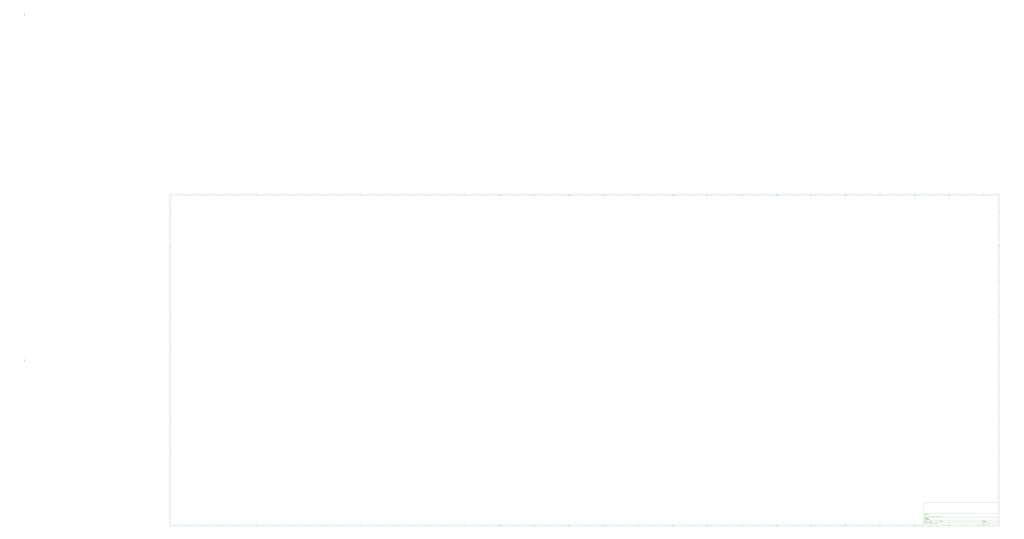
<source format=gbr>
%TF.GenerationSoftware,KiCad,Pcbnew,8.0.3-8.0.3-0~ubuntu20.04.1*%
%TF.CreationDate,2024-07-17T11:30:26-04:00*%
%TF.ProjectId,min_x,6d696e5f-782e-46b6-9963-61645f706362,rev?*%
%TF.SameCoordinates,Original*%
%TF.FileFunction,Legend,Top*%
%TF.FilePolarity,Positive*%
%FSLAX46Y46*%
G04 Gerber Fmt 4.6, Leading zero omitted, Abs format (unit mm)*
G04 Created by KiCad (PCBNEW 8.0.3-8.0.3-0~ubuntu20.04.1) date 2024-07-17 11:30:26*
%MOMM*%
%LPD*%
G01*
G04 APERTURE LIST*
%ADD10C,0.100000*%
%ADD11C,0.150000*%
%ADD12C,0.300000*%
%ADD13C,0.400000*%
G04 APERTURE END LIST*
D10*
D11*
X1099000000Y-456000000D02*
X1207000000Y-456000000D01*
X1207000000Y-488000000D01*
X1099000000Y-488000000D01*
X1099000000Y-456000000D01*
D10*
D11*
X10000000Y-10000000D02*
X1209000000Y-10000000D01*
X1209000000Y-490000000D01*
X10000000Y-490000000D01*
X10000000Y-10000000D01*
D10*
D11*
X12000000Y-12000000D02*
X1207000000Y-12000000D01*
X1207000000Y-488000000D01*
X12000000Y-488000000D01*
X12000000Y-12000000D01*
D10*
D11*
X60000000Y-12000000D02*
X60000000Y-10000000D01*
D10*
D11*
X110000000Y-12000000D02*
X110000000Y-10000000D01*
D10*
D11*
X160000000Y-12000000D02*
X160000000Y-10000000D01*
D10*
D11*
X210000000Y-12000000D02*
X210000000Y-10000000D01*
D10*
D11*
X260000000Y-12000000D02*
X260000000Y-10000000D01*
D10*
D11*
X310000000Y-12000000D02*
X310000000Y-10000000D01*
D10*
D11*
X360000000Y-12000000D02*
X360000000Y-10000000D01*
D10*
D11*
X410000000Y-12000000D02*
X410000000Y-10000000D01*
D10*
D11*
X460000000Y-12000000D02*
X460000000Y-10000000D01*
D10*
D11*
X510000000Y-12000000D02*
X510000000Y-10000000D01*
D10*
D11*
X560000000Y-12000000D02*
X560000000Y-10000000D01*
D10*
D11*
X610000000Y-12000000D02*
X610000000Y-10000000D01*
D10*
D11*
X660000000Y-12000000D02*
X660000000Y-10000000D01*
D10*
D11*
X710000000Y-12000000D02*
X710000000Y-10000000D01*
D10*
D11*
X760000000Y-12000000D02*
X760000000Y-10000000D01*
D10*
D11*
X810000000Y-12000000D02*
X810000000Y-10000000D01*
D10*
D11*
X860000000Y-12000000D02*
X860000000Y-10000000D01*
D10*
D11*
X910000000Y-12000000D02*
X910000000Y-10000000D01*
D10*
D11*
X960000000Y-12000000D02*
X960000000Y-10000000D01*
D10*
D11*
X1010000000Y-12000000D02*
X1010000000Y-10000000D01*
D10*
D11*
X1060000000Y-12000000D02*
X1060000000Y-10000000D01*
D10*
D11*
X1110000000Y-12000000D02*
X1110000000Y-10000000D01*
D10*
D11*
X1160000000Y-12000000D02*
X1160000000Y-10000000D01*
D10*
D11*
X36089160Y-11593604D02*
X35346303Y-11593604D01*
X35717731Y-11593604D02*
X35717731Y-10293604D01*
X35717731Y-10293604D02*
X35593922Y-10479319D01*
X35593922Y-10479319D02*
X35470112Y-10603128D01*
X35470112Y-10603128D02*
X35346303Y-10665033D01*
D10*
D11*
X85346303Y-10417414D02*
X85408207Y-10355509D01*
X85408207Y-10355509D02*
X85532017Y-10293604D01*
X85532017Y-10293604D02*
X85841541Y-10293604D01*
X85841541Y-10293604D02*
X85965350Y-10355509D01*
X85965350Y-10355509D02*
X86027255Y-10417414D01*
X86027255Y-10417414D02*
X86089160Y-10541223D01*
X86089160Y-10541223D02*
X86089160Y-10665033D01*
X86089160Y-10665033D02*
X86027255Y-10850747D01*
X86027255Y-10850747D02*
X85284398Y-11593604D01*
X85284398Y-11593604D02*
X86089160Y-11593604D01*
D10*
D11*
X135284398Y-10293604D02*
X136089160Y-10293604D01*
X136089160Y-10293604D02*
X135655826Y-10788842D01*
X135655826Y-10788842D02*
X135841541Y-10788842D01*
X135841541Y-10788842D02*
X135965350Y-10850747D01*
X135965350Y-10850747D02*
X136027255Y-10912652D01*
X136027255Y-10912652D02*
X136089160Y-11036461D01*
X136089160Y-11036461D02*
X136089160Y-11345985D01*
X136089160Y-11345985D02*
X136027255Y-11469795D01*
X136027255Y-11469795D02*
X135965350Y-11531700D01*
X135965350Y-11531700D02*
X135841541Y-11593604D01*
X135841541Y-11593604D02*
X135470112Y-11593604D01*
X135470112Y-11593604D02*
X135346303Y-11531700D01*
X135346303Y-11531700D02*
X135284398Y-11469795D01*
D10*
D11*
X185965350Y-10726938D02*
X185965350Y-11593604D01*
X185655826Y-10231700D02*
X185346303Y-11160271D01*
X185346303Y-11160271D02*
X186151064Y-11160271D01*
D10*
D11*
X236027255Y-10293604D02*
X235408207Y-10293604D01*
X235408207Y-10293604D02*
X235346303Y-10912652D01*
X235346303Y-10912652D02*
X235408207Y-10850747D01*
X235408207Y-10850747D02*
X235532017Y-10788842D01*
X235532017Y-10788842D02*
X235841541Y-10788842D01*
X235841541Y-10788842D02*
X235965350Y-10850747D01*
X235965350Y-10850747D02*
X236027255Y-10912652D01*
X236027255Y-10912652D02*
X236089160Y-11036461D01*
X236089160Y-11036461D02*
X236089160Y-11345985D01*
X236089160Y-11345985D02*
X236027255Y-11469795D01*
X236027255Y-11469795D02*
X235965350Y-11531700D01*
X235965350Y-11531700D02*
X235841541Y-11593604D01*
X235841541Y-11593604D02*
X235532017Y-11593604D01*
X235532017Y-11593604D02*
X235408207Y-11531700D01*
X235408207Y-11531700D02*
X235346303Y-11469795D01*
D10*
D11*
X285965350Y-10293604D02*
X285717731Y-10293604D01*
X285717731Y-10293604D02*
X285593922Y-10355509D01*
X285593922Y-10355509D02*
X285532017Y-10417414D01*
X285532017Y-10417414D02*
X285408207Y-10603128D01*
X285408207Y-10603128D02*
X285346303Y-10850747D01*
X285346303Y-10850747D02*
X285346303Y-11345985D01*
X285346303Y-11345985D02*
X285408207Y-11469795D01*
X285408207Y-11469795D02*
X285470112Y-11531700D01*
X285470112Y-11531700D02*
X285593922Y-11593604D01*
X285593922Y-11593604D02*
X285841541Y-11593604D01*
X285841541Y-11593604D02*
X285965350Y-11531700D01*
X285965350Y-11531700D02*
X286027255Y-11469795D01*
X286027255Y-11469795D02*
X286089160Y-11345985D01*
X286089160Y-11345985D02*
X286089160Y-11036461D01*
X286089160Y-11036461D02*
X286027255Y-10912652D01*
X286027255Y-10912652D02*
X285965350Y-10850747D01*
X285965350Y-10850747D02*
X285841541Y-10788842D01*
X285841541Y-10788842D02*
X285593922Y-10788842D01*
X285593922Y-10788842D02*
X285470112Y-10850747D01*
X285470112Y-10850747D02*
X285408207Y-10912652D01*
X285408207Y-10912652D02*
X285346303Y-11036461D01*
D10*
D11*
X335284398Y-10293604D02*
X336151064Y-10293604D01*
X336151064Y-10293604D02*
X335593922Y-11593604D01*
D10*
D11*
X385593922Y-10850747D02*
X385470112Y-10788842D01*
X385470112Y-10788842D02*
X385408207Y-10726938D01*
X385408207Y-10726938D02*
X385346303Y-10603128D01*
X385346303Y-10603128D02*
X385346303Y-10541223D01*
X385346303Y-10541223D02*
X385408207Y-10417414D01*
X385408207Y-10417414D02*
X385470112Y-10355509D01*
X385470112Y-10355509D02*
X385593922Y-10293604D01*
X385593922Y-10293604D02*
X385841541Y-10293604D01*
X385841541Y-10293604D02*
X385965350Y-10355509D01*
X385965350Y-10355509D02*
X386027255Y-10417414D01*
X386027255Y-10417414D02*
X386089160Y-10541223D01*
X386089160Y-10541223D02*
X386089160Y-10603128D01*
X386089160Y-10603128D02*
X386027255Y-10726938D01*
X386027255Y-10726938D02*
X385965350Y-10788842D01*
X385965350Y-10788842D02*
X385841541Y-10850747D01*
X385841541Y-10850747D02*
X385593922Y-10850747D01*
X385593922Y-10850747D02*
X385470112Y-10912652D01*
X385470112Y-10912652D02*
X385408207Y-10974557D01*
X385408207Y-10974557D02*
X385346303Y-11098366D01*
X385346303Y-11098366D02*
X385346303Y-11345985D01*
X385346303Y-11345985D02*
X385408207Y-11469795D01*
X385408207Y-11469795D02*
X385470112Y-11531700D01*
X385470112Y-11531700D02*
X385593922Y-11593604D01*
X385593922Y-11593604D02*
X385841541Y-11593604D01*
X385841541Y-11593604D02*
X385965350Y-11531700D01*
X385965350Y-11531700D02*
X386027255Y-11469795D01*
X386027255Y-11469795D02*
X386089160Y-11345985D01*
X386089160Y-11345985D02*
X386089160Y-11098366D01*
X386089160Y-11098366D02*
X386027255Y-10974557D01*
X386027255Y-10974557D02*
X385965350Y-10912652D01*
X385965350Y-10912652D02*
X385841541Y-10850747D01*
D10*
D11*
X435470112Y-11593604D02*
X435717731Y-11593604D01*
X435717731Y-11593604D02*
X435841541Y-11531700D01*
X435841541Y-11531700D02*
X435903445Y-11469795D01*
X435903445Y-11469795D02*
X436027255Y-11284080D01*
X436027255Y-11284080D02*
X436089160Y-11036461D01*
X436089160Y-11036461D02*
X436089160Y-10541223D01*
X436089160Y-10541223D02*
X436027255Y-10417414D01*
X436027255Y-10417414D02*
X435965350Y-10355509D01*
X435965350Y-10355509D02*
X435841541Y-10293604D01*
X435841541Y-10293604D02*
X435593922Y-10293604D01*
X435593922Y-10293604D02*
X435470112Y-10355509D01*
X435470112Y-10355509D02*
X435408207Y-10417414D01*
X435408207Y-10417414D02*
X435346303Y-10541223D01*
X435346303Y-10541223D02*
X435346303Y-10850747D01*
X435346303Y-10850747D02*
X435408207Y-10974557D01*
X435408207Y-10974557D02*
X435470112Y-11036461D01*
X435470112Y-11036461D02*
X435593922Y-11098366D01*
X435593922Y-11098366D02*
X435841541Y-11098366D01*
X435841541Y-11098366D02*
X435965350Y-11036461D01*
X435965350Y-11036461D02*
X436027255Y-10974557D01*
X436027255Y-10974557D02*
X436089160Y-10850747D01*
D10*
D11*
X486089160Y-11593604D02*
X485346303Y-11593604D01*
X485717731Y-11593604D02*
X485717731Y-10293604D01*
X485717731Y-10293604D02*
X485593922Y-10479319D01*
X485593922Y-10479319D02*
X485470112Y-10603128D01*
X485470112Y-10603128D02*
X485346303Y-10665033D01*
X486893921Y-10293604D02*
X487017731Y-10293604D01*
X487017731Y-10293604D02*
X487141540Y-10355509D01*
X487141540Y-10355509D02*
X487203445Y-10417414D01*
X487203445Y-10417414D02*
X487265350Y-10541223D01*
X487265350Y-10541223D02*
X487327255Y-10788842D01*
X487327255Y-10788842D02*
X487327255Y-11098366D01*
X487327255Y-11098366D02*
X487265350Y-11345985D01*
X487265350Y-11345985D02*
X487203445Y-11469795D01*
X487203445Y-11469795D02*
X487141540Y-11531700D01*
X487141540Y-11531700D02*
X487017731Y-11593604D01*
X487017731Y-11593604D02*
X486893921Y-11593604D01*
X486893921Y-11593604D02*
X486770112Y-11531700D01*
X486770112Y-11531700D02*
X486708207Y-11469795D01*
X486708207Y-11469795D02*
X486646302Y-11345985D01*
X486646302Y-11345985D02*
X486584398Y-11098366D01*
X486584398Y-11098366D02*
X486584398Y-10788842D01*
X486584398Y-10788842D02*
X486646302Y-10541223D01*
X486646302Y-10541223D02*
X486708207Y-10417414D01*
X486708207Y-10417414D02*
X486770112Y-10355509D01*
X486770112Y-10355509D02*
X486893921Y-10293604D01*
D10*
D11*
X536089160Y-11593604D02*
X535346303Y-11593604D01*
X535717731Y-11593604D02*
X535717731Y-10293604D01*
X535717731Y-10293604D02*
X535593922Y-10479319D01*
X535593922Y-10479319D02*
X535470112Y-10603128D01*
X535470112Y-10603128D02*
X535346303Y-10665033D01*
X537327255Y-11593604D02*
X536584398Y-11593604D01*
X536955826Y-11593604D02*
X536955826Y-10293604D01*
X536955826Y-10293604D02*
X536832017Y-10479319D01*
X536832017Y-10479319D02*
X536708207Y-10603128D01*
X536708207Y-10603128D02*
X536584398Y-10665033D01*
D10*
D11*
X586089160Y-11593604D02*
X585346303Y-11593604D01*
X585717731Y-11593604D02*
X585717731Y-10293604D01*
X585717731Y-10293604D02*
X585593922Y-10479319D01*
X585593922Y-10479319D02*
X585470112Y-10603128D01*
X585470112Y-10603128D02*
X585346303Y-10665033D01*
X586584398Y-10417414D02*
X586646302Y-10355509D01*
X586646302Y-10355509D02*
X586770112Y-10293604D01*
X586770112Y-10293604D02*
X587079636Y-10293604D01*
X587079636Y-10293604D02*
X587203445Y-10355509D01*
X587203445Y-10355509D02*
X587265350Y-10417414D01*
X587265350Y-10417414D02*
X587327255Y-10541223D01*
X587327255Y-10541223D02*
X587327255Y-10665033D01*
X587327255Y-10665033D02*
X587265350Y-10850747D01*
X587265350Y-10850747D02*
X586522493Y-11593604D01*
X586522493Y-11593604D02*
X587327255Y-11593604D01*
D10*
D11*
X636089160Y-11593604D02*
X635346303Y-11593604D01*
X635717731Y-11593604D02*
X635717731Y-10293604D01*
X635717731Y-10293604D02*
X635593922Y-10479319D01*
X635593922Y-10479319D02*
X635470112Y-10603128D01*
X635470112Y-10603128D02*
X635346303Y-10665033D01*
X636522493Y-10293604D02*
X637327255Y-10293604D01*
X637327255Y-10293604D02*
X636893921Y-10788842D01*
X636893921Y-10788842D02*
X637079636Y-10788842D01*
X637079636Y-10788842D02*
X637203445Y-10850747D01*
X637203445Y-10850747D02*
X637265350Y-10912652D01*
X637265350Y-10912652D02*
X637327255Y-11036461D01*
X637327255Y-11036461D02*
X637327255Y-11345985D01*
X637327255Y-11345985D02*
X637265350Y-11469795D01*
X637265350Y-11469795D02*
X637203445Y-11531700D01*
X637203445Y-11531700D02*
X637079636Y-11593604D01*
X637079636Y-11593604D02*
X636708207Y-11593604D01*
X636708207Y-11593604D02*
X636584398Y-11531700D01*
X636584398Y-11531700D02*
X636522493Y-11469795D01*
D10*
D11*
X686089160Y-11593604D02*
X685346303Y-11593604D01*
X685717731Y-11593604D02*
X685717731Y-10293604D01*
X685717731Y-10293604D02*
X685593922Y-10479319D01*
X685593922Y-10479319D02*
X685470112Y-10603128D01*
X685470112Y-10603128D02*
X685346303Y-10665033D01*
X687203445Y-10726938D02*
X687203445Y-11593604D01*
X686893921Y-10231700D02*
X686584398Y-11160271D01*
X686584398Y-11160271D02*
X687389159Y-11160271D01*
D10*
D11*
X736089160Y-11593604D02*
X735346303Y-11593604D01*
X735717731Y-11593604D02*
X735717731Y-10293604D01*
X735717731Y-10293604D02*
X735593922Y-10479319D01*
X735593922Y-10479319D02*
X735470112Y-10603128D01*
X735470112Y-10603128D02*
X735346303Y-10665033D01*
X737265350Y-10293604D02*
X736646302Y-10293604D01*
X736646302Y-10293604D02*
X736584398Y-10912652D01*
X736584398Y-10912652D02*
X736646302Y-10850747D01*
X736646302Y-10850747D02*
X736770112Y-10788842D01*
X736770112Y-10788842D02*
X737079636Y-10788842D01*
X737079636Y-10788842D02*
X737203445Y-10850747D01*
X737203445Y-10850747D02*
X737265350Y-10912652D01*
X737265350Y-10912652D02*
X737327255Y-11036461D01*
X737327255Y-11036461D02*
X737327255Y-11345985D01*
X737327255Y-11345985D02*
X737265350Y-11469795D01*
X737265350Y-11469795D02*
X737203445Y-11531700D01*
X737203445Y-11531700D02*
X737079636Y-11593604D01*
X737079636Y-11593604D02*
X736770112Y-11593604D01*
X736770112Y-11593604D02*
X736646302Y-11531700D01*
X736646302Y-11531700D02*
X736584398Y-11469795D01*
D10*
D11*
X786089160Y-11593604D02*
X785346303Y-11593604D01*
X785717731Y-11593604D02*
X785717731Y-10293604D01*
X785717731Y-10293604D02*
X785593922Y-10479319D01*
X785593922Y-10479319D02*
X785470112Y-10603128D01*
X785470112Y-10603128D02*
X785346303Y-10665033D01*
X787203445Y-10293604D02*
X786955826Y-10293604D01*
X786955826Y-10293604D02*
X786832017Y-10355509D01*
X786832017Y-10355509D02*
X786770112Y-10417414D01*
X786770112Y-10417414D02*
X786646302Y-10603128D01*
X786646302Y-10603128D02*
X786584398Y-10850747D01*
X786584398Y-10850747D02*
X786584398Y-11345985D01*
X786584398Y-11345985D02*
X786646302Y-11469795D01*
X786646302Y-11469795D02*
X786708207Y-11531700D01*
X786708207Y-11531700D02*
X786832017Y-11593604D01*
X786832017Y-11593604D02*
X787079636Y-11593604D01*
X787079636Y-11593604D02*
X787203445Y-11531700D01*
X787203445Y-11531700D02*
X787265350Y-11469795D01*
X787265350Y-11469795D02*
X787327255Y-11345985D01*
X787327255Y-11345985D02*
X787327255Y-11036461D01*
X787327255Y-11036461D02*
X787265350Y-10912652D01*
X787265350Y-10912652D02*
X787203445Y-10850747D01*
X787203445Y-10850747D02*
X787079636Y-10788842D01*
X787079636Y-10788842D02*
X786832017Y-10788842D01*
X786832017Y-10788842D02*
X786708207Y-10850747D01*
X786708207Y-10850747D02*
X786646302Y-10912652D01*
X786646302Y-10912652D02*
X786584398Y-11036461D01*
D10*
D11*
X836089160Y-11593604D02*
X835346303Y-11593604D01*
X835717731Y-11593604D02*
X835717731Y-10293604D01*
X835717731Y-10293604D02*
X835593922Y-10479319D01*
X835593922Y-10479319D02*
X835470112Y-10603128D01*
X835470112Y-10603128D02*
X835346303Y-10665033D01*
X836522493Y-10293604D02*
X837389159Y-10293604D01*
X837389159Y-10293604D02*
X836832017Y-11593604D01*
D10*
D11*
X886089160Y-11593604D02*
X885346303Y-11593604D01*
X885717731Y-11593604D02*
X885717731Y-10293604D01*
X885717731Y-10293604D02*
X885593922Y-10479319D01*
X885593922Y-10479319D02*
X885470112Y-10603128D01*
X885470112Y-10603128D02*
X885346303Y-10665033D01*
X886832017Y-10850747D02*
X886708207Y-10788842D01*
X886708207Y-10788842D02*
X886646302Y-10726938D01*
X886646302Y-10726938D02*
X886584398Y-10603128D01*
X886584398Y-10603128D02*
X886584398Y-10541223D01*
X886584398Y-10541223D02*
X886646302Y-10417414D01*
X886646302Y-10417414D02*
X886708207Y-10355509D01*
X886708207Y-10355509D02*
X886832017Y-10293604D01*
X886832017Y-10293604D02*
X887079636Y-10293604D01*
X887079636Y-10293604D02*
X887203445Y-10355509D01*
X887203445Y-10355509D02*
X887265350Y-10417414D01*
X887265350Y-10417414D02*
X887327255Y-10541223D01*
X887327255Y-10541223D02*
X887327255Y-10603128D01*
X887327255Y-10603128D02*
X887265350Y-10726938D01*
X887265350Y-10726938D02*
X887203445Y-10788842D01*
X887203445Y-10788842D02*
X887079636Y-10850747D01*
X887079636Y-10850747D02*
X886832017Y-10850747D01*
X886832017Y-10850747D02*
X886708207Y-10912652D01*
X886708207Y-10912652D02*
X886646302Y-10974557D01*
X886646302Y-10974557D02*
X886584398Y-11098366D01*
X886584398Y-11098366D02*
X886584398Y-11345985D01*
X886584398Y-11345985D02*
X886646302Y-11469795D01*
X886646302Y-11469795D02*
X886708207Y-11531700D01*
X886708207Y-11531700D02*
X886832017Y-11593604D01*
X886832017Y-11593604D02*
X887079636Y-11593604D01*
X887079636Y-11593604D02*
X887203445Y-11531700D01*
X887203445Y-11531700D02*
X887265350Y-11469795D01*
X887265350Y-11469795D02*
X887327255Y-11345985D01*
X887327255Y-11345985D02*
X887327255Y-11098366D01*
X887327255Y-11098366D02*
X887265350Y-10974557D01*
X887265350Y-10974557D02*
X887203445Y-10912652D01*
X887203445Y-10912652D02*
X887079636Y-10850747D01*
D10*
D11*
X936089160Y-11593604D02*
X935346303Y-11593604D01*
X935717731Y-11593604D02*
X935717731Y-10293604D01*
X935717731Y-10293604D02*
X935593922Y-10479319D01*
X935593922Y-10479319D02*
X935470112Y-10603128D01*
X935470112Y-10603128D02*
X935346303Y-10665033D01*
X936708207Y-11593604D02*
X936955826Y-11593604D01*
X936955826Y-11593604D02*
X937079636Y-11531700D01*
X937079636Y-11531700D02*
X937141540Y-11469795D01*
X937141540Y-11469795D02*
X937265350Y-11284080D01*
X937265350Y-11284080D02*
X937327255Y-11036461D01*
X937327255Y-11036461D02*
X937327255Y-10541223D01*
X937327255Y-10541223D02*
X937265350Y-10417414D01*
X937265350Y-10417414D02*
X937203445Y-10355509D01*
X937203445Y-10355509D02*
X937079636Y-10293604D01*
X937079636Y-10293604D02*
X936832017Y-10293604D01*
X936832017Y-10293604D02*
X936708207Y-10355509D01*
X936708207Y-10355509D02*
X936646302Y-10417414D01*
X936646302Y-10417414D02*
X936584398Y-10541223D01*
X936584398Y-10541223D02*
X936584398Y-10850747D01*
X936584398Y-10850747D02*
X936646302Y-10974557D01*
X936646302Y-10974557D02*
X936708207Y-11036461D01*
X936708207Y-11036461D02*
X936832017Y-11098366D01*
X936832017Y-11098366D02*
X937079636Y-11098366D01*
X937079636Y-11098366D02*
X937203445Y-11036461D01*
X937203445Y-11036461D02*
X937265350Y-10974557D01*
X937265350Y-10974557D02*
X937327255Y-10850747D01*
D10*
D11*
X985346303Y-10417414D02*
X985408207Y-10355509D01*
X985408207Y-10355509D02*
X985532017Y-10293604D01*
X985532017Y-10293604D02*
X985841541Y-10293604D01*
X985841541Y-10293604D02*
X985965350Y-10355509D01*
X985965350Y-10355509D02*
X986027255Y-10417414D01*
X986027255Y-10417414D02*
X986089160Y-10541223D01*
X986089160Y-10541223D02*
X986089160Y-10665033D01*
X986089160Y-10665033D02*
X986027255Y-10850747D01*
X986027255Y-10850747D02*
X985284398Y-11593604D01*
X985284398Y-11593604D02*
X986089160Y-11593604D01*
X986893921Y-10293604D02*
X987017731Y-10293604D01*
X987017731Y-10293604D02*
X987141540Y-10355509D01*
X987141540Y-10355509D02*
X987203445Y-10417414D01*
X987203445Y-10417414D02*
X987265350Y-10541223D01*
X987265350Y-10541223D02*
X987327255Y-10788842D01*
X987327255Y-10788842D02*
X987327255Y-11098366D01*
X987327255Y-11098366D02*
X987265350Y-11345985D01*
X987265350Y-11345985D02*
X987203445Y-11469795D01*
X987203445Y-11469795D02*
X987141540Y-11531700D01*
X987141540Y-11531700D02*
X987017731Y-11593604D01*
X987017731Y-11593604D02*
X986893921Y-11593604D01*
X986893921Y-11593604D02*
X986770112Y-11531700D01*
X986770112Y-11531700D02*
X986708207Y-11469795D01*
X986708207Y-11469795D02*
X986646302Y-11345985D01*
X986646302Y-11345985D02*
X986584398Y-11098366D01*
X986584398Y-11098366D02*
X986584398Y-10788842D01*
X986584398Y-10788842D02*
X986646302Y-10541223D01*
X986646302Y-10541223D02*
X986708207Y-10417414D01*
X986708207Y-10417414D02*
X986770112Y-10355509D01*
X986770112Y-10355509D02*
X986893921Y-10293604D01*
D10*
D11*
X1035346303Y-10417414D02*
X1035408207Y-10355509D01*
X1035408207Y-10355509D02*
X1035532017Y-10293604D01*
X1035532017Y-10293604D02*
X1035841541Y-10293604D01*
X1035841541Y-10293604D02*
X1035965350Y-10355509D01*
X1035965350Y-10355509D02*
X1036027255Y-10417414D01*
X1036027255Y-10417414D02*
X1036089160Y-10541223D01*
X1036089160Y-10541223D02*
X1036089160Y-10665033D01*
X1036089160Y-10665033D02*
X1036027255Y-10850747D01*
X1036027255Y-10850747D02*
X1035284398Y-11593604D01*
X1035284398Y-11593604D02*
X1036089160Y-11593604D01*
X1037327255Y-11593604D02*
X1036584398Y-11593604D01*
X1036955826Y-11593604D02*
X1036955826Y-10293604D01*
X1036955826Y-10293604D02*
X1036832017Y-10479319D01*
X1036832017Y-10479319D02*
X1036708207Y-10603128D01*
X1036708207Y-10603128D02*
X1036584398Y-10665033D01*
D10*
D11*
X1085346303Y-10417414D02*
X1085408207Y-10355509D01*
X1085408207Y-10355509D02*
X1085532017Y-10293604D01*
X1085532017Y-10293604D02*
X1085841541Y-10293604D01*
X1085841541Y-10293604D02*
X1085965350Y-10355509D01*
X1085965350Y-10355509D02*
X1086027255Y-10417414D01*
X1086027255Y-10417414D02*
X1086089160Y-10541223D01*
X1086089160Y-10541223D02*
X1086089160Y-10665033D01*
X1086089160Y-10665033D02*
X1086027255Y-10850747D01*
X1086027255Y-10850747D02*
X1085284398Y-11593604D01*
X1085284398Y-11593604D02*
X1086089160Y-11593604D01*
X1086584398Y-10417414D02*
X1086646302Y-10355509D01*
X1086646302Y-10355509D02*
X1086770112Y-10293604D01*
X1086770112Y-10293604D02*
X1087079636Y-10293604D01*
X1087079636Y-10293604D02*
X1087203445Y-10355509D01*
X1087203445Y-10355509D02*
X1087265350Y-10417414D01*
X1087265350Y-10417414D02*
X1087327255Y-10541223D01*
X1087327255Y-10541223D02*
X1087327255Y-10665033D01*
X1087327255Y-10665033D02*
X1087265350Y-10850747D01*
X1087265350Y-10850747D02*
X1086522493Y-11593604D01*
X1086522493Y-11593604D02*
X1087327255Y-11593604D01*
D10*
D11*
X1135346303Y-10417414D02*
X1135408207Y-10355509D01*
X1135408207Y-10355509D02*
X1135532017Y-10293604D01*
X1135532017Y-10293604D02*
X1135841541Y-10293604D01*
X1135841541Y-10293604D02*
X1135965350Y-10355509D01*
X1135965350Y-10355509D02*
X1136027255Y-10417414D01*
X1136027255Y-10417414D02*
X1136089160Y-10541223D01*
X1136089160Y-10541223D02*
X1136089160Y-10665033D01*
X1136089160Y-10665033D02*
X1136027255Y-10850747D01*
X1136027255Y-10850747D02*
X1135284398Y-11593604D01*
X1135284398Y-11593604D02*
X1136089160Y-11593604D01*
X1136522493Y-10293604D02*
X1137327255Y-10293604D01*
X1137327255Y-10293604D02*
X1136893921Y-10788842D01*
X1136893921Y-10788842D02*
X1137079636Y-10788842D01*
X1137079636Y-10788842D02*
X1137203445Y-10850747D01*
X1137203445Y-10850747D02*
X1137265350Y-10912652D01*
X1137265350Y-10912652D02*
X1137327255Y-11036461D01*
X1137327255Y-11036461D02*
X1137327255Y-11345985D01*
X1137327255Y-11345985D02*
X1137265350Y-11469795D01*
X1137265350Y-11469795D02*
X1137203445Y-11531700D01*
X1137203445Y-11531700D02*
X1137079636Y-11593604D01*
X1137079636Y-11593604D02*
X1136708207Y-11593604D01*
X1136708207Y-11593604D02*
X1136584398Y-11531700D01*
X1136584398Y-11531700D02*
X1136522493Y-11469795D01*
D10*
D11*
X1185346303Y-10417414D02*
X1185408207Y-10355509D01*
X1185408207Y-10355509D02*
X1185532017Y-10293604D01*
X1185532017Y-10293604D02*
X1185841541Y-10293604D01*
X1185841541Y-10293604D02*
X1185965350Y-10355509D01*
X1185965350Y-10355509D02*
X1186027255Y-10417414D01*
X1186027255Y-10417414D02*
X1186089160Y-10541223D01*
X1186089160Y-10541223D02*
X1186089160Y-10665033D01*
X1186089160Y-10665033D02*
X1186027255Y-10850747D01*
X1186027255Y-10850747D02*
X1185284398Y-11593604D01*
X1185284398Y-11593604D02*
X1186089160Y-11593604D01*
X1187203445Y-10726938D02*
X1187203445Y-11593604D01*
X1186893921Y-10231700D02*
X1186584398Y-11160271D01*
X1186584398Y-11160271D02*
X1187389159Y-11160271D01*
D10*
D11*
X60000000Y-488000000D02*
X60000000Y-490000000D01*
D10*
D11*
X110000000Y-488000000D02*
X110000000Y-490000000D01*
D10*
D11*
X160000000Y-488000000D02*
X160000000Y-490000000D01*
D10*
D11*
X210000000Y-488000000D02*
X210000000Y-490000000D01*
D10*
D11*
X260000000Y-488000000D02*
X260000000Y-490000000D01*
D10*
D11*
X310000000Y-488000000D02*
X310000000Y-490000000D01*
D10*
D11*
X360000000Y-488000000D02*
X360000000Y-490000000D01*
D10*
D11*
X410000000Y-488000000D02*
X410000000Y-490000000D01*
D10*
D11*
X460000000Y-488000000D02*
X460000000Y-490000000D01*
D10*
D11*
X510000000Y-488000000D02*
X510000000Y-490000000D01*
D10*
D11*
X560000000Y-488000000D02*
X560000000Y-490000000D01*
D10*
D11*
X610000000Y-488000000D02*
X610000000Y-490000000D01*
D10*
D11*
X660000000Y-488000000D02*
X660000000Y-490000000D01*
D10*
D11*
X710000000Y-488000000D02*
X710000000Y-490000000D01*
D10*
D11*
X760000000Y-488000000D02*
X760000000Y-490000000D01*
D10*
D11*
X810000000Y-488000000D02*
X810000000Y-490000000D01*
D10*
D11*
X860000000Y-488000000D02*
X860000000Y-490000000D01*
D10*
D11*
X910000000Y-488000000D02*
X910000000Y-490000000D01*
D10*
D11*
X960000000Y-488000000D02*
X960000000Y-490000000D01*
D10*
D11*
X1010000000Y-488000000D02*
X1010000000Y-490000000D01*
D10*
D11*
X1060000000Y-488000000D02*
X1060000000Y-490000000D01*
D10*
D11*
X1110000000Y-488000000D02*
X1110000000Y-490000000D01*
D10*
D11*
X1160000000Y-488000000D02*
X1160000000Y-490000000D01*
D10*
D11*
X36089160Y-489593604D02*
X35346303Y-489593604D01*
X35717731Y-489593604D02*
X35717731Y-488293604D01*
X35717731Y-488293604D02*
X35593922Y-488479319D01*
X35593922Y-488479319D02*
X35470112Y-488603128D01*
X35470112Y-488603128D02*
X35346303Y-488665033D01*
D10*
D11*
X85346303Y-488417414D02*
X85408207Y-488355509D01*
X85408207Y-488355509D02*
X85532017Y-488293604D01*
X85532017Y-488293604D02*
X85841541Y-488293604D01*
X85841541Y-488293604D02*
X85965350Y-488355509D01*
X85965350Y-488355509D02*
X86027255Y-488417414D01*
X86027255Y-488417414D02*
X86089160Y-488541223D01*
X86089160Y-488541223D02*
X86089160Y-488665033D01*
X86089160Y-488665033D02*
X86027255Y-488850747D01*
X86027255Y-488850747D02*
X85284398Y-489593604D01*
X85284398Y-489593604D02*
X86089160Y-489593604D01*
D10*
D11*
X135284398Y-488293604D02*
X136089160Y-488293604D01*
X136089160Y-488293604D02*
X135655826Y-488788842D01*
X135655826Y-488788842D02*
X135841541Y-488788842D01*
X135841541Y-488788842D02*
X135965350Y-488850747D01*
X135965350Y-488850747D02*
X136027255Y-488912652D01*
X136027255Y-488912652D02*
X136089160Y-489036461D01*
X136089160Y-489036461D02*
X136089160Y-489345985D01*
X136089160Y-489345985D02*
X136027255Y-489469795D01*
X136027255Y-489469795D02*
X135965350Y-489531700D01*
X135965350Y-489531700D02*
X135841541Y-489593604D01*
X135841541Y-489593604D02*
X135470112Y-489593604D01*
X135470112Y-489593604D02*
X135346303Y-489531700D01*
X135346303Y-489531700D02*
X135284398Y-489469795D01*
D10*
D11*
X185965350Y-488726938D02*
X185965350Y-489593604D01*
X185655826Y-488231700D02*
X185346303Y-489160271D01*
X185346303Y-489160271D02*
X186151064Y-489160271D01*
D10*
D11*
X236027255Y-488293604D02*
X235408207Y-488293604D01*
X235408207Y-488293604D02*
X235346303Y-488912652D01*
X235346303Y-488912652D02*
X235408207Y-488850747D01*
X235408207Y-488850747D02*
X235532017Y-488788842D01*
X235532017Y-488788842D02*
X235841541Y-488788842D01*
X235841541Y-488788842D02*
X235965350Y-488850747D01*
X235965350Y-488850747D02*
X236027255Y-488912652D01*
X236027255Y-488912652D02*
X236089160Y-489036461D01*
X236089160Y-489036461D02*
X236089160Y-489345985D01*
X236089160Y-489345985D02*
X236027255Y-489469795D01*
X236027255Y-489469795D02*
X235965350Y-489531700D01*
X235965350Y-489531700D02*
X235841541Y-489593604D01*
X235841541Y-489593604D02*
X235532017Y-489593604D01*
X235532017Y-489593604D02*
X235408207Y-489531700D01*
X235408207Y-489531700D02*
X235346303Y-489469795D01*
D10*
D11*
X285965350Y-488293604D02*
X285717731Y-488293604D01*
X285717731Y-488293604D02*
X285593922Y-488355509D01*
X285593922Y-488355509D02*
X285532017Y-488417414D01*
X285532017Y-488417414D02*
X285408207Y-488603128D01*
X285408207Y-488603128D02*
X285346303Y-488850747D01*
X285346303Y-488850747D02*
X285346303Y-489345985D01*
X285346303Y-489345985D02*
X285408207Y-489469795D01*
X285408207Y-489469795D02*
X285470112Y-489531700D01*
X285470112Y-489531700D02*
X285593922Y-489593604D01*
X285593922Y-489593604D02*
X285841541Y-489593604D01*
X285841541Y-489593604D02*
X285965350Y-489531700D01*
X285965350Y-489531700D02*
X286027255Y-489469795D01*
X286027255Y-489469795D02*
X286089160Y-489345985D01*
X286089160Y-489345985D02*
X286089160Y-489036461D01*
X286089160Y-489036461D02*
X286027255Y-488912652D01*
X286027255Y-488912652D02*
X285965350Y-488850747D01*
X285965350Y-488850747D02*
X285841541Y-488788842D01*
X285841541Y-488788842D02*
X285593922Y-488788842D01*
X285593922Y-488788842D02*
X285470112Y-488850747D01*
X285470112Y-488850747D02*
X285408207Y-488912652D01*
X285408207Y-488912652D02*
X285346303Y-489036461D01*
D10*
D11*
X335284398Y-488293604D02*
X336151064Y-488293604D01*
X336151064Y-488293604D02*
X335593922Y-489593604D01*
D10*
D11*
X385593922Y-488850747D02*
X385470112Y-488788842D01*
X385470112Y-488788842D02*
X385408207Y-488726938D01*
X385408207Y-488726938D02*
X385346303Y-488603128D01*
X385346303Y-488603128D02*
X385346303Y-488541223D01*
X385346303Y-488541223D02*
X385408207Y-488417414D01*
X385408207Y-488417414D02*
X385470112Y-488355509D01*
X385470112Y-488355509D02*
X385593922Y-488293604D01*
X385593922Y-488293604D02*
X385841541Y-488293604D01*
X385841541Y-488293604D02*
X385965350Y-488355509D01*
X385965350Y-488355509D02*
X386027255Y-488417414D01*
X386027255Y-488417414D02*
X386089160Y-488541223D01*
X386089160Y-488541223D02*
X386089160Y-488603128D01*
X386089160Y-488603128D02*
X386027255Y-488726938D01*
X386027255Y-488726938D02*
X385965350Y-488788842D01*
X385965350Y-488788842D02*
X385841541Y-488850747D01*
X385841541Y-488850747D02*
X385593922Y-488850747D01*
X385593922Y-488850747D02*
X385470112Y-488912652D01*
X385470112Y-488912652D02*
X385408207Y-488974557D01*
X385408207Y-488974557D02*
X385346303Y-489098366D01*
X385346303Y-489098366D02*
X385346303Y-489345985D01*
X385346303Y-489345985D02*
X385408207Y-489469795D01*
X385408207Y-489469795D02*
X385470112Y-489531700D01*
X385470112Y-489531700D02*
X385593922Y-489593604D01*
X385593922Y-489593604D02*
X385841541Y-489593604D01*
X385841541Y-489593604D02*
X385965350Y-489531700D01*
X385965350Y-489531700D02*
X386027255Y-489469795D01*
X386027255Y-489469795D02*
X386089160Y-489345985D01*
X386089160Y-489345985D02*
X386089160Y-489098366D01*
X386089160Y-489098366D02*
X386027255Y-488974557D01*
X386027255Y-488974557D02*
X385965350Y-488912652D01*
X385965350Y-488912652D02*
X385841541Y-488850747D01*
D10*
D11*
X435470112Y-489593604D02*
X435717731Y-489593604D01*
X435717731Y-489593604D02*
X435841541Y-489531700D01*
X435841541Y-489531700D02*
X435903445Y-489469795D01*
X435903445Y-489469795D02*
X436027255Y-489284080D01*
X436027255Y-489284080D02*
X436089160Y-489036461D01*
X436089160Y-489036461D02*
X436089160Y-488541223D01*
X436089160Y-488541223D02*
X436027255Y-488417414D01*
X436027255Y-488417414D02*
X435965350Y-488355509D01*
X435965350Y-488355509D02*
X435841541Y-488293604D01*
X435841541Y-488293604D02*
X435593922Y-488293604D01*
X435593922Y-488293604D02*
X435470112Y-488355509D01*
X435470112Y-488355509D02*
X435408207Y-488417414D01*
X435408207Y-488417414D02*
X435346303Y-488541223D01*
X435346303Y-488541223D02*
X435346303Y-488850747D01*
X435346303Y-488850747D02*
X435408207Y-488974557D01*
X435408207Y-488974557D02*
X435470112Y-489036461D01*
X435470112Y-489036461D02*
X435593922Y-489098366D01*
X435593922Y-489098366D02*
X435841541Y-489098366D01*
X435841541Y-489098366D02*
X435965350Y-489036461D01*
X435965350Y-489036461D02*
X436027255Y-488974557D01*
X436027255Y-488974557D02*
X436089160Y-488850747D01*
D10*
D11*
X486089160Y-489593604D02*
X485346303Y-489593604D01*
X485717731Y-489593604D02*
X485717731Y-488293604D01*
X485717731Y-488293604D02*
X485593922Y-488479319D01*
X485593922Y-488479319D02*
X485470112Y-488603128D01*
X485470112Y-488603128D02*
X485346303Y-488665033D01*
X486893921Y-488293604D02*
X487017731Y-488293604D01*
X487017731Y-488293604D02*
X487141540Y-488355509D01*
X487141540Y-488355509D02*
X487203445Y-488417414D01*
X487203445Y-488417414D02*
X487265350Y-488541223D01*
X487265350Y-488541223D02*
X487327255Y-488788842D01*
X487327255Y-488788842D02*
X487327255Y-489098366D01*
X487327255Y-489098366D02*
X487265350Y-489345985D01*
X487265350Y-489345985D02*
X487203445Y-489469795D01*
X487203445Y-489469795D02*
X487141540Y-489531700D01*
X487141540Y-489531700D02*
X487017731Y-489593604D01*
X487017731Y-489593604D02*
X486893921Y-489593604D01*
X486893921Y-489593604D02*
X486770112Y-489531700D01*
X486770112Y-489531700D02*
X486708207Y-489469795D01*
X486708207Y-489469795D02*
X486646302Y-489345985D01*
X486646302Y-489345985D02*
X486584398Y-489098366D01*
X486584398Y-489098366D02*
X486584398Y-488788842D01*
X486584398Y-488788842D02*
X486646302Y-488541223D01*
X486646302Y-488541223D02*
X486708207Y-488417414D01*
X486708207Y-488417414D02*
X486770112Y-488355509D01*
X486770112Y-488355509D02*
X486893921Y-488293604D01*
D10*
D11*
X536089160Y-489593604D02*
X535346303Y-489593604D01*
X535717731Y-489593604D02*
X535717731Y-488293604D01*
X535717731Y-488293604D02*
X535593922Y-488479319D01*
X535593922Y-488479319D02*
X535470112Y-488603128D01*
X535470112Y-488603128D02*
X535346303Y-488665033D01*
X537327255Y-489593604D02*
X536584398Y-489593604D01*
X536955826Y-489593604D02*
X536955826Y-488293604D01*
X536955826Y-488293604D02*
X536832017Y-488479319D01*
X536832017Y-488479319D02*
X536708207Y-488603128D01*
X536708207Y-488603128D02*
X536584398Y-488665033D01*
D10*
D11*
X586089160Y-489593604D02*
X585346303Y-489593604D01*
X585717731Y-489593604D02*
X585717731Y-488293604D01*
X585717731Y-488293604D02*
X585593922Y-488479319D01*
X585593922Y-488479319D02*
X585470112Y-488603128D01*
X585470112Y-488603128D02*
X585346303Y-488665033D01*
X586584398Y-488417414D02*
X586646302Y-488355509D01*
X586646302Y-488355509D02*
X586770112Y-488293604D01*
X586770112Y-488293604D02*
X587079636Y-488293604D01*
X587079636Y-488293604D02*
X587203445Y-488355509D01*
X587203445Y-488355509D02*
X587265350Y-488417414D01*
X587265350Y-488417414D02*
X587327255Y-488541223D01*
X587327255Y-488541223D02*
X587327255Y-488665033D01*
X587327255Y-488665033D02*
X587265350Y-488850747D01*
X587265350Y-488850747D02*
X586522493Y-489593604D01*
X586522493Y-489593604D02*
X587327255Y-489593604D01*
D10*
D11*
X636089160Y-489593604D02*
X635346303Y-489593604D01*
X635717731Y-489593604D02*
X635717731Y-488293604D01*
X635717731Y-488293604D02*
X635593922Y-488479319D01*
X635593922Y-488479319D02*
X635470112Y-488603128D01*
X635470112Y-488603128D02*
X635346303Y-488665033D01*
X636522493Y-488293604D02*
X637327255Y-488293604D01*
X637327255Y-488293604D02*
X636893921Y-488788842D01*
X636893921Y-488788842D02*
X637079636Y-488788842D01*
X637079636Y-488788842D02*
X637203445Y-488850747D01*
X637203445Y-488850747D02*
X637265350Y-488912652D01*
X637265350Y-488912652D02*
X637327255Y-489036461D01*
X637327255Y-489036461D02*
X637327255Y-489345985D01*
X637327255Y-489345985D02*
X637265350Y-489469795D01*
X637265350Y-489469795D02*
X637203445Y-489531700D01*
X637203445Y-489531700D02*
X637079636Y-489593604D01*
X637079636Y-489593604D02*
X636708207Y-489593604D01*
X636708207Y-489593604D02*
X636584398Y-489531700D01*
X636584398Y-489531700D02*
X636522493Y-489469795D01*
D10*
D11*
X686089160Y-489593604D02*
X685346303Y-489593604D01*
X685717731Y-489593604D02*
X685717731Y-488293604D01*
X685717731Y-488293604D02*
X685593922Y-488479319D01*
X685593922Y-488479319D02*
X685470112Y-488603128D01*
X685470112Y-488603128D02*
X685346303Y-488665033D01*
X687203445Y-488726938D02*
X687203445Y-489593604D01*
X686893921Y-488231700D02*
X686584398Y-489160271D01*
X686584398Y-489160271D02*
X687389159Y-489160271D01*
D10*
D11*
X736089160Y-489593604D02*
X735346303Y-489593604D01*
X735717731Y-489593604D02*
X735717731Y-488293604D01*
X735717731Y-488293604D02*
X735593922Y-488479319D01*
X735593922Y-488479319D02*
X735470112Y-488603128D01*
X735470112Y-488603128D02*
X735346303Y-488665033D01*
X737265350Y-488293604D02*
X736646302Y-488293604D01*
X736646302Y-488293604D02*
X736584398Y-488912652D01*
X736584398Y-488912652D02*
X736646302Y-488850747D01*
X736646302Y-488850747D02*
X736770112Y-488788842D01*
X736770112Y-488788842D02*
X737079636Y-488788842D01*
X737079636Y-488788842D02*
X737203445Y-488850747D01*
X737203445Y-488850747D02*
X737265350Y-488912652D01*
X737265350Y-488912652D02*
X737327255Y-489036461D01*
X737327255Y-489036461D02*
X737327255Y-489345985D01*
X737327255Y-489345985D02*
X737265350Y-489469795D01*
X737265350Y-489469795D02*
X737203445Y-489531700D01*
X737203445Y-489531700D02*
X737079636Y-489593604D01*
X737079636Y-489593604D02*
X736770112Y-489593604D01*
X736770112Y-489593604D02*
X736646302Y-489531700D01*
X736646302Y-489531700D02*
X736584398Y-489469795D01*
D10*
D11*
X786089160Y-489593604D02*
X785346303Y-489593604D01*
X785717731Y-489593604D02*
X785717731Y-488293604D01*
X785717731Y-488293604D02*
X785593922Y-488479319D01*
X785593922Y-488479319D02*
X785470112Y-488603128D01*
X785470112Y-488603128D02*
X785346303Y-488665033D01*
X787203445Y-488293604D02*
X786955826Y-488293604D01*
X786955826Y-488293604D02*
X786832017Y-488355509D01*
X786832017Y-488355509D02*
X786770112Y-488417414D01*
X786770112Y-488417414D02*
X786646302Y-488603128D01*
X786646302Y-488603128D02*
X786584398Y-488850747D01*
X786584398Y-488850747D02*
X786584398Y-489345985D01*
X786584398Y-489345985D02*
X786646302Y-489469795D01*
X786646302Y-489469795D02*
X786708207Y-489531700D01*
X786708207Y-489531700D02*
X786832017Y-489593604D01*
X786832017Y-489593604D02*
X787079636Y-489593604D01*
X787079636Y-489593604D02*
X787203445Y-489531700D01*
X787203445Y-489531700D02*
X787265350Y-489469795D01*
X787265350Y-489469795D02*
X787327255Y-489345985D01*
X787327255Y-489345985D02*
X787327255Y-489036461D01*
X787327255Y-489036461D02*
X787265350Y-488912652D01*
X787265350Y-488912652D02*
X787203445Y-488850747D01*
X787203445Y-488850747D02*
X787079636Y-488788842D01*
X787079636Y-488788842D02*
X786832017Y-488788842D01*
X786832017Y-488788842D02*
X786708207Y-488850747D01*
X786708207Y-488850747D02*
X786646302Y-488912652D01*
X786646302Y-488912652D02*
X786584398Y-489036461D01*
D10*
D11*
X836089160Y-489593604D02*
X835346303Y-489593604D01*
X835717731Y-489593604D02*
X835717731Y-488293604D01*
X835717731Y-488293604D02*
X835593922Y-488479319D01*
X835593922Y-488479319D02*
X835470112Y-488603128D01*
X835470112Y-488603128D02*
X835346303Y-488665033D01*
X836522493Y-488293604D02*
X837389159Y-488293604D01*
X837389159Y-488293604D02*
X836832017Y-489593604D01*
D10*
D11*
X886089160Y-489593604D02*
X885346303Y-489593604D01*
X885717731Y-489593604D02*
X885717731Y-488293604D01*
X885717731Y-488293604D02*
X885593922Y-488479319D01*
X885593922Y-488479319D02*
X885470112Y-488603128D01*
X885470112Y-488603128D02*
X885346303Y-488665033D01*
X886832017Y-488850747D02*
X886708207Y-488788842D01*
X886708207Y-488788842D02*
X886646302Y-488726938D01*
X886646302Y-488726938D02*
X886584398Y-488603128D01*
X886584398Y-488603128D02*
X886584398Y-488541223D01*
X886584398Y-488541223D02*
X886646302Y-488417414D01*
X886646302Y-488417414D02*
X886708207Y-488355509D01*
X886708207Y-488355509D02*
X886832017Y-488293604D01*
X886832017Y-488293604D02*
X887079636Y-488293604D01*
X887079636Y-488293604D02*
X887203445Y-488355509D01*
X887203445Y-488355509D02*
X887265350Y-488417414D01*
X887265350Y-488417414D02*
X887327255Y-488541223D01*
X887327255Y-488541223D02*
X887327255Y-488603128D01*
X887327255Y-488603128D02*
X887265350Y-488726938D01*
X887265350Y-488726938D02*
X887203445Y-488788842D01*
X887203445Y-488788842D02*
X887079636Y-488850747D01*
X887079636Y-488850747D02*
X886832017Y-488850747D01*
X886832017Y-488850747D02*
X886708207Y-488912652D01*
X886708207Y-488912652D02*
X886646302Y-488974557D01*
X886646302Y-488974557D02*
X886584398Y-489098366D01*
X886584398Y-489098366D02*
X886584398Y-489345985D01*
X886584398Y-489345985D02*
X886646302Y-489469795D01*
X886646302Y-489469795D02*
X886708207Y-489531700D01*
X886708207Y-489531700D02*
X886832017Y-489593604D01*
X886832017Y-489593604D02*
X887079636Y-489593604D01*
X887079636Y-489593604D02*
X887203445Y-489531700D01*
X887203445Y-489531700D02*
X887265350Y-489469795D01*
X887265350Y-489469795D02*
X887327255Y-489345985D01*
X887327255Y-489345985D02*
X887327255Y-489098366D01*
X887327255Y-489098366D02*
X887265350Y-488974557D01*
X887265350Y-488974557D02*
X887203445Y-488912652D01*
X887203445Y-488912652D02*
X887079636Y-488850747D01*
D10*
D11*
X936089160Y-489593604D02*
X935346303Y-489593604D01*
X935717731Y-489593604D02*
X935717731Y-488293604D01*
X935717731Y-488293604D02*
X935593922Y-488479319D01*
X935593922Y-488479319D02*
X935470112Y-488603128D01*
X935470112Y-488603128D02*
X935346303Y-488665033D01*
X936708207Y-489593604D02*
X936955826Y-489593604D01*
X936955826Y-489593604D02*
X937079636Y-489531700D01*
X937079636Y-489531700D02*
X937141540Y-489469795D01*
X937141540Y-489469795D02*
X937265350Y-489284080D01*
X937265350Y-489284080D02*
X937327255Y-489036461D01*
X937327255Y-489036461D02*
X937327255Y-488541223D01*
X937327255Y-488541223D02*
X937265350Y-488417414D01*
X937265350Y-488417414D02*
X937203445Y-488355509D01*
X937203445Y-488355509D02*
X937079636Y-488293604D01*
X937079636Y-488293604D02*
X936832017Y-488293604D01*
X936832017Y-488293604D02*
X936708207Y-488355509D01*
X936708207Y-488355509D02*
X936646302Y-488417414D01*
X936646302Y-488417414D02*
X936584398Y-488541223D01*
X936584398Y-488541223D02*
X936584398Y-488850747D01*
X936584398Y-488850747D02*
X936646302Y-488974557D01*
X936646302Y-488974557D02*
X936708207Y-489036461D01*
X936708207Y-489036461D02*
X936832017Y-489098366D01*
X936832017Y-489098366D02*
X937079636Y-489098366D01*
X937079636Y-489098366D02*
X937203445Y-489036461D01*
X937203445Y-489036461D02*
X937265350Y-488974557D01*
X937265350Y-488974557D02*
X937327255Y-488850747D01*
D10*
D11*
X985346303Y-488417414D02*
X985408207Y-488355509D01*
X985408207Y-488355509D02*
X985532017Y-488293604D01*
X985532017Y-488293604D02*
X985841541Y-488293604D01*
X985841541Y-488293604D02*
X985965350Y-488355509D01*
X985965350Y-488355509D02*
X986027255Y-488417414D01*
X986027255Y-488417414D02*
X986089160Y-488541223D01*
X986089160Y-488541223D02*
X986089160Y-488665033D01*
X986089160Y-488665033D02*
X986027255Y-488850747D01*
X986027255Y-488850747D02*
X985284398Y-489593604D01*
X985284398Y-489593604D02*
X986089160Y-489593604D01*
X986893921Y-488293604D02*
X987017731Y-488293604D01*
X987017731Y-488293604D02*
X987141540Y-488355509D01*
X987141540Y-488355509D02*
X987203445Y-488417414D01*
X987203445Y-488417414D02*
X987265350Y-488541223D01*
X987265350Y-488541223D02*
X987327255Y-488788842D01*
X987327255Y-488788842D02*
X987327255Y-489098366D01*
X987327255Y-489098366D02*
X987265350Y-489345985D01*
X987265350Y-489345985D02*
X987203445Y-489469795D01*
X987203445Y-489469795D02*
X987141540Y-489531700D01*
X987141540Y-489531700D02*
X987017731Y-489593604D01*
X987017731Y-489593604D02*
X986893921Y-489593604D01*
X986893921Y-489593604D02*
X986770112Y-489531700D01*
X986770112Y-489531700D02*
X986708207Y-489469795D01*
X986708207Y-489469795D02*
X986646302Y-489345985D01*
X986646302Y-489345985D02*
X986584398Y-489098366D01*
X986584398Y-489098366D02*
X986584398Y-488788842D01*
X986584398Y-488788842D02*
X986646302Y-488541223D01*
X986646302Y-488541223D02*
X986708207Y-488417414D01*
X986708207Y-488417414D02*
X986770112Y-488355509D01*
X986770112Y-488355509D02*
X986893921Y-488293604D01*
D10*
D11*
X1035346303Y-488417414D02*
X1035408207Y-488355509D01*
X1035408207Y-488355509D02*
X1035532017Y-488293604D01*
X1035532017Y-488293604D02*
X1035841541Y-488293604D01*
X1035841541Y-488293604D02*
X1035965350Y-488355509D01*
X1035965350Y-488355509D02*
X1036027255Y-488417414D01*
X1036027255Y-488417414D02*
X1036089160Y-488541223D01*
X1036089160Y-488541223D02*
X1036089160Y-488665033D01*
X1036089160Y-488665033D02*
X1036027255Y-488850747D01*
X1036027255Y-488850747D02*
X1035284398Y-489593604D01*
X1035284398Y-489593604D02*
X1036089160Y-489593604D01*
X1037327255Y-489593604D02*
X1036584398Y-489593604D01*
X1036955826Y-489593604D02*
X1036955826Y-488293604D01*
X1036955826Y-488293604D02*
X1036832017Y-488479319D01*
X1036832017Y-488479319D02*
X1036708207Y-488603128D01*
X1036708207Y-488603128D02*
X1036584398Y-488665033D01*
D10*
D11*
X1085346303Y-488417414D02*
X1085408207Y-488355509D01*
X1085408207Y-488355509D02*
X1085532017Y-488293604D01*
X1085532017Y-488293604D02*
X1085841541Y-488293604D01*
X1085841541Y-488293604D02*
X1085965350Y-488355509D01*
X1085965350Y-488355509D02*
X1086027255Y-488417414D01*
X1086027255Y-488417414D02*
X1086089160Y-488541223D01*
X1086089160Y-488541223D02*
X1086089160Y-488665033D01*
X1086089160Y-488665033D02*
X1086027255Y-488850747D01*
X1086027255Y-488850747D02*
X1085284398Y-489593604D01*
X1085284398Y-489593604D02*
X1086089160Y-489593604D01*
X1086584398Y-488417414D02*
X1086646302Y-488355509D01*
X1086646302Y-488355509D02*
X1086770112Y-488293604D01*
X1086770112Y-488293604D02*
X1087079636Y-488293604D01*
X1087079636Y-488293604D02*
X1087203445Y-488355509D01*
X1087203445Y-488355509D02*
X1087265350Y-488417414D01*
X1087265350Y-488417414D02*
X1087327255Y-488541223D01*
X1087327255Y-488541223D02*
X1087327255Y-488665033D01*
X1087327255Y-488665033D02*
X1087265350Y-488850747D01*
X1087265350Y-488850747D02*
X1086522493Y-489593604D01*
X1086522493Y-489593604D02*
X1087327255Y-489593604D01*
D10*
D11*
X1135346303Y-488417414D02*
X1135408207Y-488355509D01*
X1135408207Y-488355509D02*
X1135532017Y-488293604D01*
X1135532017Y-488293604D02*
X1135841541Y-488293604D01*
X1135841541Y-488293604D02*
X1135965350Y-488355509D01*
X1135965350Y-488355509D02*
X1136027255Y-488417414D01*
X1136027255Y-488417414D02*
X1136089160Y-488541223D01*
X1136089160Y-488541223D02*
X1136089160Y-488665033D01*
X1136089160Y-488665033D02*
X1136027255Y-488850747D01*
X1136027255Y-488850747D02*
X1135284398Y-489593604D01*
X1135284398Y-489593604D02*
X1136089160Y-489593604D01*
X1136522493Y-488293604D02*
X1137327255Y-488293604D01*
X1137327255Y-488293604D02*
X1136893921Y-488788842D01*
X1136893921Y-488788842D02*
X1137079636Y-488788842D01*
X1137079636Y-488788842D02*
X1137203445Y-488850747D01*
X1137203445Y-488850747D02*
X1137265350Y-488912652D01*
X1137265350Y-488912652D02*
X1137327255Y-489036461D01*
X1137327255Y-489036461D02*
X1137327255Y-489345985D01*
X1137327255Y-489345985D02*
X1137265350Y-489469795D01*
X1137265350Y-489469795D02*
X1137203445Y-489531700D01*
X1137203445Y-489531700D02*
X1137079636Y-489593604D01*
X1137079636Y-489593604D02*
X1136708207Y-489593604D01*
X1136708207Y-489593604D02*
X1136584398Y-489531700D01*
X1136584398Y-489531700D02*
X1136522493Y-489469795D01*
D10*
D11*
X1185346303Y-488417414D02*
X1185408207Y-488355509D01*
X1185408207Y-488355509D02*
X1185532017Y-488293604D01*
X1185532017Y-488293604D02*
X1185841541Y-488293604D01*
X1185841541Y-488293604D02*
X1185965350Y-488355509D01*
X1185965350Y-488355509D02*
X1186027255Y-488417414D01*
X1186027255Y-488417414D02*
X1186089160Y-488541223D01*
X1186089160Y-488541223D02*
X1186089160Y-488665033D01*
X1186089160Y-488665033D02*
X1186027255Y-488850747D01*
X1186027255Y-488850747D02*
X1185284398Y-489593604D01*
X1185284398Y-489593604D02*
X1186089160Y-489593604D01*
X1187203445Y-488726938D02*
X1187203445Y-489593604D01*
X1186893921Y-488231700D02*
X1186584398Y-489160271D01*
X1186584398Y-489160271D02*
X1187389159Y-489160271D01*
D10*
D11*
X10000000Y-60000000D02*
X12000000Y-60000000D01*
D10*
D11*
X10000000Y-110000000D02*
X12000000Y-110000000D01*
D10*
D11*
X10000000Y-160000000D02*
X12000000Y-160000000D01*
D10*
D11*
X10000000Y-210000000D02*
X12000000Y-210000000D01*
D10*
D11*
X10000000Y-260000000D02*
X12000000Y-260000000D01*
D10*
D11*
X10000000Y-310000000D02*
X12000000Y-310000000D01*
D10*
D11*
X10000000Y-360000000D02*
X12000000Y-360000000D01*
D10*
D11*
X10000000Y-410000000D02*
X12000000Y-410000000D01*
D10*
D11*
X10000000Y-460000000D02*
X12000000Y-460000000D01*
D10*
D11*
X10690476Y-35222176D02*
X11309523Y-35222176D01*
X10566666Y-35593604D02*
X10999999Y-34293604D01*
X10999999Y-34293604D02*
X11433333Y-35593604D01*
D10*
D11*
X11092857Y-84912652D02*
X11278571Y-84974557D01*
X11278571Y-84974557D02*
X11340476Y-85036461D01*
X11340476Y-85036461D02*
X11402380Y-85160271D01*
X11402380Y-85160271D02*
X11402380Y-85345985D01*
X11402380Y-85345985D02*
X11340476Y-85469795D01*
X11340476Y-85469795D02*
X11278571Y-85531700D01*
X11278571Y-85531700D02*
X11154761Y-85593604D01*
X11154761Y-85593604D02*
X10659523Y-85593604D01*
X10659523Y-85593604D02*
X10659523Y-84293604D01*
X10659523Y-84293604D02*
X11092857Y-84293604D01*
X11092857Y-84293604D02*
X11216666Y-84355509D01*
X11216666Y-84355509D02*
X11278571Y-84417414D01*
X11278571Y-84417414D02*
X11340476Y-84541223D01*
X11340476Y-84541223D02*
X11340476Y-84665033D01*
X11340476Y-84665033D02*
X11278571Y-84788842D01*
X11278571Y-84788842D02*
X11216666Y-84850747D01*
X11216666Y-84850747D02*
X11092857Y-84912652D01*
X11092857Y-84912652D02*
X10659523Y-84912652D01*
D10*
D11*
X11402380Y-135469795D02*
X11340476Y-135531700D01*
X11340476Y-135531700D02*
X11154761Y-135593604D01*
X11154761Y-135593604D02*
X11030952Y-135593604D01*
X11030952Y-135593604D02*
X10845238Y-135531700D01*
X10845238Y-135531700D02*
X10721428Y-135407890D01*
X10721428Y-135407890D02*
X10659523Y-135284080D01*
X10659523Y-135284080D02*
X10597619Y-135036461D01*
X10597619Y-135036461D02*
X10597619Y-134850747D01*
X10597619Y-134850747D02*
X10659523Y-134603128D01*
X10659523Y-134603128D02*
X10721428Y-134479319D01*
X10721428Y-134479319D02*
X10845238Y-134355509D01*
X10845238Y-134355509D02*
X11030952Y-134293604D01*
X11030952Y-134293604D02*
X11154761Y-134293604D01*
X11154761Y-134293604D02*
X11340476Y-134355509D01*
X11340476Y-134355509D02*
X11402380Y-134417414D01*
D10*
D11*
X10659523Y-185593604D02*
X10659523Y-184293604D01*
X10659523Y-184293604D02*
X10969047Y-184293604D01*
X10969047Y-184293604D02*
X11154761Y-184355509D01*
X11154761Y-184355509D02*
X11278571Y-184479319D01*
X11278571Y-184479319D02*
X11340476Y-184603128D01*
X11340476Y-184603128D02*
X11402380Y-184850747D01*
X11402380Y-184850747D02*
X11402380Y-185036461D01*
X11402380Y-185036461D02*
X11340476Y-185284080D01*
X11340476Y-185284080D02*
X11278571Y-185407890D01*
X11278571Y-185407890D02*
X11154761Y-185531700D01*
X11154761Y-185531700D02*
X10969047Y-185593604D01*
X10969047Y-185593604D02*
X10659523Y-185593604D01*
D10*
D11*
X10721428Y-234912652D02*
X11154762Y-234912652D01*
X11340476Y-235593604D02*
X10721428Y-235593604D01*
X10721428Y-235593604D02*
X10721428Y-234293604D01*
X10721428Y-234293604D02*
X11340476Y-234293604D01*
D10*
D11*
X11185714Y-284912652D02*
X10752380Y-284912652D01*
X10752380Y-285593604D02*
X10752380Y-284293604D01*
X10752380Y-284293604D02*
X11371428Y-284293604D01*
D10*
D11*
X11340476Y-334355509D02*
X11216666Y-334293604D01*
X11216666Y-334293604D02*
X11030952Y-334293604D01*
X11030952Y-334293604D02*
X10845238Y-334355509D01*
X10845238Y-334355509D02*
X10721428Y-334479319D01*
X10721428Y-334479319D02*
X10659523Y-334603128D01*
X10659523Y-334603128D02*
X10597619Y-334850747D01*
X10597619Y-334850747D02*
X10597619Y-335036461D01*
X10597619Y-335036461D02*
X10659523Y-335284080D01*
X10659523Y-335284080D02*
X10721428Y-335407890D01*
X10721428Y-335407890D02*
X10845238Y-335531700D01*
X10845238Y-335531700D02*
X11030952Y-335593604D01*
X11030952Y-335593604D02*
X11154761Y-335593604D01*
X11154761Y-335593604D02*
X11340476Y-335531700D01*
X11340476Y-335531700D02*
X11402380Y-335469795D01*
X11402380Y-335469795D02*
X11402380Y-335036461D01*
X11402380Y-335036461D02*
X11154761Y-335036461D01*
D10*
D11*
X10628571Y-385593604D02*
X10628571Y-384293604D01*
X10628571Y-384912652D02*
X11371428Y-384912652D01*
X11371428Y-385593604D02*
X11371428Y-384293604D01*
D10*
D11*
X10999999Y-435593604D02*
X10999999Y-434293604D01*
D10*
D11*
X11185714Y-484293604D02*
X11185714Y-485222176D01*
X11185714Y-485222176D02*
X11123809Y-485407890D01*
X11123809Y-485407890D02*
X11000000Y-485531700D01*
X11000000Y-485531700D02*
X10814285Y-485593604D01*
X10814285Y-485593604D02*
X10690476Y-485593604D01*
D10*
D11*
X1209000000Y-60000000D02*
X1207000000Y-60000000D01*
D10*
D11*
X1209000000Y-110000000D02*
X1207000000Y-110000000D01*
D10*
D11*
X1209000000Y-160000000D02*
X1207000000Y-160000000D01*
D10*
D11*
X1209000000Y-210000000D02*
X1207000000Y-210000000D01*
D10*
D11*
X1209000000Y-260000000D02*
X1207000000Y-260000000D01*
D10*
D11*
X1209000000Y-310000000D02*
X1207000000Y-310000000D01*
D10*
D11*
X1209000000Y-360000000D02*
X1207000000Y-360000000D01*
D10*
D11*
X1209000000Y-410000000D02*
X1207000000Y-410000000D01*
D10*
D11*
X1209000000Y-460000000D02*
X1207000000Y-460000000D01*
D10*
D11*
X1207690476Y-35222176D02*
X1208309523Y-35222176D01*
X1207566666Y-35593604D02*
X1207999999Y-34293604D01*
X1207999999Y-34293604D02*
X1208433333Y-35593604D01*
D10*
D11*
X1208092857Y-84912652D02*
X1208278571Y-84974557D01*
X1208278571Y-84974557D02*
X1208340476Y-85036461D01*
X1208340476Y-85036461D02*
X1208402380Y-85160271D01*
X1208402380Y-85160271D02*
X1208402380Y-85345985D01*
X1208402380Y-85345985D02*
X1208340476Y-85469795D01*
X1208340476Y-85469795D02*
X1208278571Y-85531700D01*
X1208278571Y-85531700D02*
X1208154761Y-85593604D01*
X1208154761Y-85593604D02*
X1207659523Y-85593604D01*
X1207659523Y-85593604D02*
X1207659523Y-84293604D01*
X1207659523Y-84293604D02*
X1208092857Y-84293604D01*
X1208092857Y-84293604D02*
X1208216666Y-84355509D01*
X1208216666Y-84355509D02*
X1208278571Y-84417414D01*
X1208278571Y-84417414D02*
X1208340476Y-84541223D01*
X1208340476Y-84541223D02*
X1208340476Y-84665033D01*
X1208340476Y-84665033D02*
X1208278571Y-84788842D01*
X1208278571Y-84788842D02*
X1208216666Y-84850747D01*
X1208216666Y-84850747D02*
X1208092857Y-84912652D01*
X1208092857Y-84912652D02*
X1207659523Y-84912652D01*
D10*
D11*
X1208402380Y-135469795D02*
X1208340476Y-135531700D01*
X1208340476Y-135531700D02*
X1208154761Y-135593604D01*
X1208154761Y-135593604D02*
X1208030952Y-135593604D01*
X1208030952Y-135593604D02*
X1207845238Y-135531700D01*
X1207845238Y-135531700D02*
X1207721428Y-135407890D01*
X1207721428Y-135407890D02*
X1207659523Y-135284080D01*
X1207659523Y-135284080D02*
X1207597619Y-135036461D01*
X1207597619Y-135036461D02*
X1207597619Y-134850747D01*
X1207597619Y-134850747D02*
X1207659523Y-134603128D01*
X1207659523Y-134603128D02*
X1207721428Y-134479319D01*
X1207721428Y-134479319D02*
X1207845238Y-134355509D01*
X1207845238Y-134355509D02*
X1208030952Y-134293604D01*
X1208030952Y-134293604D02*
X1208154761Y-134293604D01*
X1208154761Y-134293604D02*
X1208340476Y-134355509D01*
X1208340476Y-134355509D02*
X1208402380Y-134417414D01*
D10*
D11*
X1207659523Y-185593604D02*
X1207659523Y-184293604D01*
X1207659523Y-184293604D02*
X1207969047Y-184293604D01*
X1207969047Y-184293604D02*
X1208154761Y-184355509D01*
X1208154761Y-184355509D02*
X1208278571Y-184479319D01*
X1208278571Y-184479319D02*
X1208340476Y-184603128D01*
X1208340476Y-184603128D02*
X1208402380Y-184850747D01*
X1208402380Y-184850747D02*
X1208402380Y-185036461D01*
X1208402380Y-185036461D02*
X1208340476Y-185284080D01*
X1208340476Y-185284080D02*
X1208278571Y-185407890D01*
X1208278571Y-185407890D02*
X1208154761Y-185531700D01*
X1208154761Y-185531700D02*
X1207969047Y-185593604D01*
X1207969047Y-185593604D02*
X1207659523Y-185593604D01*
D10*
D11*
X1207721428Y-234912652D02*
X1208154762Y-234912652D01*
X1208340476Y-235593604D02*
X1207721428Y-235593604D01*
X1207721428Y-235593604D02*
X1207721428Y-234293604D01*
X1207721428Y-234293604D02*
X1208340476Y-234293604D01*
D10*
D11*
X1208185714Y-284912652D02*
X1207752380Y-284912652D01*
X1207752380Y-285593604D02*
X1207752380Y-284293604D01*
X1207752380Y-284293604D02*
X1208371428Y-284293604D01*
D10*
D11*
X1208340476Y-334355509D02*
X1208216666Y-334293604D01*
X1208216666Y-334293604D02*
X1208030952Y-334293604D01*
X1208030952Y-334293604D02*
X1207845238Y-334355509D01*
X1207845238Y-334355509D02*
X1207721428Y-334479319D01*
X1207721428Y-334479319D02*
X1207659523Y-334603128D01*
X1207659523Y-334603128D02*
X1207597619Y-334850747D01*
X1207597619Y-334850747D02*
X1207597619Y-335036461D01*
X1207597619Y-335036461D02*
X1207659523Y-335284080D01*
X1207659523Y-335284080D02*
X1207721428Y-335407890D01*
X1207721428Y-335407890D02*
X1207845238Y-335531700D01*
X1207845238Y-335531700D02*
X1208030952Y-335593604D01*
X1208030952Y-335593604D02*
X1208154761Y-335593604D01*
X1208154761Y-335593604D02*
X1208340476Y-335531700D01*
X1208340476Y-335531700D02*
X1208402380Y-335469795D01*
X1208402380Y-335469795D02*
X1208402380Y-335036461D01*
X1208402380Y-335036461D02*
X1208154761Y-335036461D01*
D10*
D11*
X1207628571Y-385593604D02*
X1207628571Y-384293604D01*
X1207628571Y-384912652D02*
X1208371428Y-384912652D01*
X1208371428Y-385593604D02*
X1208371428Y-384293604D01*
D10*
D11*
X1207999999Y-435593604D02*
X1207999999Y-434293604D01*
D10*
D11*
X1208185714Y-484293604D02*
X1208185714Y-485222176D01*
X1208185714Y-485222176D02*
X1208123809Y-485407890D01*
X1208123809Y-485407890D02*
X1208000000Y-485531700D01*
X1208000000Y-485531700D02*
X1207814285Y-485593604D01*
X1207814285Y-485593604D02*
X1207690476Y-485593604D01*
D10*
D11*
X1122455826Y-483786128D02*
X1122455826Y-482286128D01*
X1122455826Y-482286128D02*
X1122812969Y-482286128D01*
X1122812969Y-482286128D02*
X1123027255Y-482357557D01*
X1123027255Y-482357557D02*
X1123170112Y-482500414D01*
X1123170112Y-482500414D02*
X1123241541Y-482643271D01*
X1123241541Y-482643271D02*
X1123312969Y-482928985D01*
X1123312969Y-482928985D02*
X1123312969Y-483143271D01*
X1123312969Y-483143271D02*
X1123241541Y-483428985D01*
X1123241541Y-483428985D02*
X1123170112Y-483571842D01*
X1123170112Y-483571842D02*
X1123027255Y-483714700D01*
X1123027255Y-483714700D02*
X1122812969Y-483786128D01*
X1122812969Y-483786128D02*
X1122455826Y-483786128D01*
X1124598684Y-483786128D02*
X1124598684Y-483000414D01*
X1124598684Y-483000414D02*
X1124527255Y-482857557D01*
X1124527255Y-482857557D02*
X1124384398Y-482786128D01*
X1124384398Y-482786128D02*
X1124098684Y-482786128D01*
X1124098684Y-482786128D02*
X1123955826Y-482857557D01*
X1124598684Y-483714700D02*
X1124455826Y-483786128D01*
X1124455826Y-483786128D02*
X1124098684Y-483786128D01*
X1124098684Y-483786128D02*
X1123955826Y-483714700D01*
X1123955826Y-483714700D02*
X1123884398Y-483571842D01*
X1123884398Y-483571842D02*
X1123884398Y-483428985D01*
X1123884398Y-483428985D02*
X1123955826Y-483286128D01*
X1123955826Y-483286128D02*
X1124098684Y-483214700D01*
X1124098684Y-483214700D02*
X1124455826Y-483214700D01*
X1124455826Y-483214700D02*
X1124598684Y-483143271D01*
X1125098684Y-482786128D02*
X1125670112Y-482786128D01*
X1125312969Y-482286128D02*
X1125312969Y-483571842D01*
X1125312969Y-483571842D02*
X1125384398Y-483714700D01*
X1125384398Y-483714700D02*
X1125527255Y-483786128D01*
X1125527255Y-483786128D02*
X1125670112Y-483786128D01*
X1126741541Y-483714700D02*
X1126598684Y-483786128D01*
X1126598684Y-483786128D02*
X1126312970Y-483786128D01*
X1126312970Y-483786128D02*
X1126170112Y-483714700D01*
X1126170112Y-483714700D02*
X1126098684Y-483571842D01*
X1126098684Y-483571842D02*
X1126098684Y-483000414D01*
X1126098684Y-483000414D02*
X1126170112Y-482857557D01*
X1126170112Y-482857557D02*
X1126312970Y-482786128D01*
X1126312970Y-482786128D02*
X1126598684Y-482786128D01*
X1126598684Y-482786128D02*
X1126741541Y-482857557D01*
X1126741541Y-482857557D02*
X1126812970Y-483000414D01*
X1126812970Y-483000414D02*
X1126812970Y-483143271D01*
X1126812970Y-483143271D02*
X1126098684Y-483286128D01*
X1127455826Y-483643271D02*
X1127527255Y-483714700D01*
X1127527255Y-483714700D02*
X1127455826Y-483786128D01*
X1127455826Y-483786128D02*
X1127384398Y-483714700D01*
X1127384398Y-483714700D02*
X1127455826Y-483643271D01*
X1127455826Y-483643271D02*
X1127455826Y-483786128D01*
X1127455826Y-482857557D02*
X1127527255Y-482928985D01*
X1127527255Y-482928985D02*
X1127455826Y-483000414D01*
X1127455826Y-483000414D02*
X1127384398Y-482928985D01*
X1127384398Y-482928985D02*
X1127455826Y-482857557D01*
X1127455826Y-482857557D02*
X1127455826Y-483000414D01*
D10*
D11*
X1099000000Y-484500000D02*
X1207000000Y-484500000D01*
D10*
D11*
X1100455826Y-486586128D02*
X1100455826Y-485086128D01*
X1101312969Y-486586128D02*
X1100670112Y-485728985D01*
X1101312969Y-485086128D02*
X1100455826Y-485943271D01*
X1101955826Y-486586128D02*
X1101955826Y-485586128D01*
X1101955826Y-485086128D02*
X1101884398Y-485157557D01*
X1101884398Y-485157557D02*
X1101955826Y-485228985D01*
X1101955826Y-485228985D02*
X1102027255Y-485157557D01*
X1102027255Y-485157557D02*
X1101955826Y-485086128D01*
X1101955826Y-485086128D02*
X1101955826Y-485228985D01*
X1103527255Y-486443271D02*
X1103455827Y-486514700D01*
X1103455827Y-486514700D02*
X1103241541Y-486586128D01*
X1103241541Y-486586128D02*
X1103098684Y-486586128D01*
X1103098684Y-486586128D02*
X1102884398Y-486514700D01*
X1102884398Y-486514700D02*
X1102741541Y-486371842D01*
X1102741541Y-486371842D02*
X1102670112Y-486228985D01*
X1102670112Y-486228985D02*
X1102598684Y-485943271D01*
X1102598684Y-485943271D02*
X1102598684Y-485728985D01*
X1102598684Y-485728985D02*
X1102670112Y-485443271D01*
X1102670112Y-485443271D02*
X1102741541Y-485300414D01*
X1102741541Y-485300414D02*
X1102884398Y-485157557D01*
X1102884398Y-485157557D02*
X1103098684Y-485086128D01*
X1103098684Y-485086128D02*
X1103241541Y-485086128D01*
X1103241541Y-485086128D02*
X1103455827Y-485157557D01*
X1103455827Y-485157557D02*
X1103527255Y-485228985D01*
X1104812970Y-486586128D02*
X1104812970Y-485800414D01*
X1104812970Y-485800414D02*
X1104741541Y-485657557D01*
X1104741541Y-485657557D02*
X1104598684Y-485586128D01*
X1104598684Y-485586128D02*
X1104312970Y-485586128D01*
X1104312970Y-485586128D02*
X1104170112Y-485657557D01*
X1104812970Y-486514700D02*
X1104670112Y-486586128D01*
X1104670112Y-486586128D02*
X1104312970Y-486586128D01*
X1104312970Y-486586128D02*
X1104170112Y-486514700D01*
X1104170112Y-486514700D02*
X1104098684Y-486371842D01*
X1104098684Y-486371842D02*
X1104098684Y-486228985D01*
X1104098684Y-486228985D02*
X1104170112Y-486086128D01*
X1104170112Y-486086128D02*
X1104312970Y-486014700D01*
X1104312970Y-486014700D02*
X1104670112Y-486014700D01*
X1104670112Y-486014700D02*
X1104812970Y-485943271D01*
X1106170113Y-486586128D02*
X1106170113Y-485086128D01*
X1106170113Y-486514700D02*
X1106027255Y-486586128D01*
X1106027255Y-486586128D02*
X1105741541Y-486586128D01*
X1105741541Y-486586128D02*
X1105598684Y-486514700D01*
X1105598684Y-486514700D02*
X1105527255Y-486443271D01*
X1105527255Y-486443271D02*
X1105455827Y-486300414D01*
X1105455827Y-486300414D02*
X1105455827Y-485871842D01*
X1105455827Y-485871842D02*
X1105527255Y-485728985D01*
X1105527255Y-485728985D02*
X1105598684Y-485657557D01*
X1105598684Y-485657557D02*
X1105741541Y-485586128D01*
X1105741541Y-485586128D02*
X1106027255Y-485586128D01*
X1106027255Y-485586128D02*
X1106170113Y-485657557D01*
X1108027255Y-485800414D02*
X1108527255Y-485800414D01*
X1108741541Y-486586128D02*
X1108027255Y-486586128D01*
X1108027255Y-486586128D02*
X1108027255Y-485086128D01*
X1108027255Y-485086128D02*
X1108741541Y-485086128D01*
X1109384398Y-486443271D02*
X1109455827Y-486514700D01*
X1109455827Y-486514700D02*
X1109384398Y-486586128D01*
X1109384398Y-486586128D02*
X1109312970Y-486514700D01*
X1109312970Y-486514700D02*
X1109384398Y-486443271D01*
X1109384398Y-486443271D02*
X1109384398Y-486586128D01*
X1110098684Y-486586128D02*
X1110098684Y-485086128D01*
X1110098684Y-485086128D02*
X1110455827Y-485086128D01*
X1110455827Y-485086128D02*
X1110670113Y-485157557D01*
X1110670113Y-485157557D02*
X1110812970Y-485300414D01*
X1110812970Y-485300414D02*
X1110884399Y-485443271D01*
X1110884399Y-485443271D02*
X1110955827Y-485728985D01*
X1110955827Y-485728985D02*
X1110955827Y-485943271D01*
X1110955827Y-485943271D02*
X1110884399Y-486228985D01*
X1110884399Y-486228985D02*
X1110812970Y-486371842D01*
X1110812970Y-486371842D02*
X1110670113Y-486514700D01*
X1110670113Y-486514700D02*
X1110455827Y-486586128D01*
X1110455827Y-486586128D02*
X1110098684Y-486586128D01*
X1111598684Y-486443271D02*
X1111670113Y-486514700D01*
X1111670113Y-486514700D02*
X1111598684Y-486586128D01*
X1111598684Y-486586128D02*
X1111527256Y-486514700D01*
X1111527256Y-486514700D02*
X1111598684Y-486443271D01*
X1111598684Y-486443271D02*
X1111598684Y-486586128D01*
X1112241542Y-486157557D02*
X1112955828Y-486157557D01*
X1112098685Y-486586128D02*
X1112598685Y-485086128D01*
X1112598685Y-485086128D02*
X1113098685Y-486586128D01*
X1113598684Y-486443271D02*
X1113670113Y-486514700D01*
X1113670113Y-486514700D02*
X1113598684Y-486586128D01*
X1113598684Y-486586128D02*
X1113527256Y-486514700D01*
X1113527256Y-486514700D02*
X1113598684Y-486443271D01*
X1113598684Y-486443271D02*
X1113598684Y-486586128D01*
X1115670113Y-485728985D02*
X1115527256Y-485657557D01*
X1115527256Y-485657557D02*
X1115455827Y-485586128D01*
X1115455827Y-485586128D02*
X1115384399Y-485443271D01*
X1115384399Y-485443271D02*
X1115384399Y-485371842D01*
X1115384399Y-485371842D02*
X1115455827Y-485228985D01*
X1115455827Y-485228985D02*
X1115527256Y-485157557D01*
X1115527256Y-485157557D02*
X1115670113Y-485086128D01*
X1115670113Y-485086128D02*
X1115955827Y-485086128D01*
X1115955827Y-485086128D02*
X1116098685Y-485157557D01*
X1116098685Y-485157557D02*
X1116170113Y-485228985D01*
X1116170113Y-485228985D02*
X1116241542Y-485371842D01*
X1116241542Y-485371842D02*
X1116241542Y-485443271D01*
X1116241542Y-485443271D02*
X1116170113Y-485586128D01*
X1116170113Y-485586128D02*
X1116098685Y-485657557D01*
X1116098685Y-485657557D02*
X1115955827Y-485728985D01*
X1115955827Y-485728985D02*
X1115670113Y-485728985D01*
X1115670113Y-485728985D02*
X1115527256Y-485800414D01*
X1115527256Y-485800414D02*
X1115455827Y-485871842D01*
X1115455827Y-485871842D02*
X1115384399Y-486014700D01*
X1115384399Y-486014700D02*
X1115384399Y-486300414D01*
X1115384399Y-486300414D02*
X1115455827Y-486443271D01*
X1115455827Y-486443271D02*
X1115527256Y-486514700D01*
X1115527256Y-486514700D02*
X1115670113Y-486586128D01*
X1115670113Y-486586128D02*
X1115955827Y-486586128D01*
X1115955827Y-486586128D02*
X1116098685Y-486514700D01*
X1116098685Y-486514700D02*
X1116170113Y-486443271D01*
X1116170113Y-486443271D02*
X1116241542Y-486300414D01*
X1116241542Y-486300414D02*
X1116241542Y-486014700D01*
X1116241542Y-486014700D02*
X1116170113Y-485871842D01*
X1116170113Y-485871842D02*
X1116098685Y-485800414D01*
X1116098685Y-485800414D02*
X1115955827Y-485728985D01*
X1116884398Y-486443271D02*
X1116955827Y-486514700D01*
X1116955827Y-486514700D02*
X1116884398Y-486586128D01*
X1116884398Y-486586128D02*
X1116812970Y-486514700D01*
X1116812970Y-486514700D02*
X1116884398Y-486443271D01*
X1116884398Y-486443271D02*
X1116884398Y-486586128D01*
X1117884399Y-485086128D02*
X1118027256Y-485086128D01*
X1118027256Y-485086128D02*
X1118170113Y-485157557D01*
X1118170113Y-485157557D02*
X1118241542Y-485228985D01*
X1118241542Y-485228985D02*
X1118312970Y-485371842D01*
X1118312970Y-485371842D02*
X1118384399Y-485657557D01*
X1118384399Y-485657557D02*
X1118384399Y-486014700D01*
X1118384399Y-486014700D02*
X1118312970Y-486300414D01*
X1118312970Y-486300414D02*
X1118241542Y-486443271D01*
X1118241542Y-486443271D02*
X1118170113Y-486514700D01*
X1118170113Y-486514700D02*
X1118027256Y-486586128D01*
X1118027256Y-486586128D02*
X1117884399Y-486586128D01*
X1117884399Y-486586128D02*
X1117741542Y-486514700D01*
X1117741542Y-486514700D02*
X1117670113Y-486443271D01*
X1117670113Y-486443271D02*
X1117598684Y-486300414D01*
X1117598684Y-486300414D02*
X1117527256Y-486014700D01*
X1117527256Y-486014700D02*
X1117527256Y-485657557D01*
X1117527256Y-485657557D02*
X1117598684Y-485371842D01*
X1117598684Y-485371842D02*
X1117670113Y-485228985D01*
X1117670113Y-485228985D02*
X1117741542Y-485157557D01*
X1117741542Y-485157557D02*
X1117884399Y-485086128D01*
X1119027255Y-486443271D02*
X1119098684Y-486514700D01*
X1119098684Y-486514700D02*
X1119027255Y-486586128D01*
X1119027255Y-486586128D02*
X1118955827Y-486514700D01*
X1118955827Y-486514700D02*
X1119027255Y-486443271D01*
X1119027255Y-486443271D02*
X1119027255Y-486586128D01*
X1119598684Y-485086128D02*
X1120527256Y-485086128D01*
X1120527256Y-485086128D02*
X1120027256Y-485657557D01*
X1120027256Y-485657557D02*
X1120241541Y-485657557D01*
X1120241541Y-485657557D02*
X1120384399Y-485728985D01*
X1120384399Y-485728985D02*
X1120455827Y-485800414D01*
X1120455827Y-485800414D02*
X1120527256Y-485943271D01*
X1120527256Y-485943271D02*
X1120527256Y-486300414D01*
X1120527256Y-486300414D02*
X1120455827Y-486443271D01*
X1120455827Y-486443271D02*
X1120384399Y-486514700D01*
X1120384399Y-486514700D02*
X1120241541Y-486586128D01*
X1120241541Y-486586128D02*
X1119812970Y-486586128D01*
X1119812970Y-486586128D02*
X1119670113Y-486514700D01*
X1119670113Y-486514700D02*
X1119598684Y-486443271D01*
D10*
D11*
X1099000000Y-481500000D02*
X1207000000Y-481500000D01*
D10*
D12*
X1186411653Y-483778328D02*
X1185911653Y-483064042D01*
X1185554510Y-483778328D02*
X1185554510Y-482278328D01*
X1185554510Y-482278328D02*
X1186125939Y-482278328D01*
X1186125939Y-482278328D02*
X1186268796Y-482349757D01*
X1186268796Y-482349757D02*
X1186340225Y-482421185D01*
X1186340225Y-482421185D02*
X1186411653Y-482564042D01*
X1186411653Y-482564042D02*
X1186411653Y-482778328D01*
X1186411653Y-482778328D02*
X1186340225Y-482921185D01*
X1186340225Y-482921185D02*
X1186268796Y-482992614D01*
X1186268796Y-482992614D02*
X1186125939Y-483064042D01*
X1186125939Y-483064042D02*
X1185554510Y-483064042D01*
X1187625939Y-483706900D02*
X1187483082Y-483778328D01*
X1187483082Y-483778328D02*
X1187197368Y-483778328D01*
X1187197368Y-483778328D02*
X1187054510Y-483706900D01*
X1187054510Y-483706900D02*
X1186983082Y-483564042D01*
X1186983082Y-483564042D02*
X1186983082Y-482992614D01*
X1186983082Y-482992614D02*
X1187054510Y-482849757D01*
X1187054510Y-482849757D02*
X1187197368Y-482778328D01*
X1187197368Y-482778328D02*
X1187483082Y-482778328D01*
X1187483082Y-482778328D02*
X1187625939Y-482849757D01*
X1187625939Y-482849757D02*
X1187697368Y-482992614D01*
X1187697368Y-482992614D02*
X1187697368Y-483135471D01*
X1187697368Y-483135471D02*
X1186983082Y-483278328D01*
X1188197367Y-482778328D02*
X1188554510Y-483778328D01*
X1188554510Y-483778328D02*
X1188911653Y-482778328D01*
X1189483081Y-483635471D02*
X1189554510Y-483706900D01*
X1189554510Y-483706900D02*
X1189483081Y-483778328D01*
X1189483081Y-483778328D02*
X1189411653Y-483706900D01*
X1189411653Y-483706900D02*
X1189483081Y-483635471D01*
X1189483081Y-483635471D02*
X1189483081Y-483778328D01*
X1189483081Y-482849757D02*
X1189554510Y-482921185D01*
X1189554510Y-482921185D02*
X1189483081Y-482992614D01*
X1189483081Y-482992614D02*
X1189411653Y-482921185D01*
X1189411653Y-482921185D02*
X1189483081Y-482849757D01*
X1189483081Y-482849757D02*
X1189483081Y-482992614D01*
D10*
D11*
X1100384398Y-483714700D02*
X1100598684Y-483786128D01*
X1100598684Y-483786128D02*
X1100955826Y-483786128D01*
X1100955826Y-483786128D02*
X1101098684Y-483714700D01*
X1101098684Y-483714700D02*
X1101170112Y-483643271D01*
X1101170112Y-483643271D02*
X1101241541Y-483500414D01*
X1101241541Y-483500414D02*
X1101241541Y-483357557D01*
X1101241541Y-483357557D02*
X1101170112Y-483214700D01*
X1101170112Y-483214700D02*
X1101098684Y-483143271D01*
X1101098684Y-483143271D02*
X1100955826Y-483071842D01*
X1100955826Y-483071842D02*
X1100670112Y-483000414D01*
X1100670112Y-483000414D02*
X1100527255Y-482928985D01*
X1100527255Y-482928985D02*
X1100455826Y-482857557D01*
X1100455826Y-482857557D02*
X1100384398Y-482714700D01*
X1100384398Y-482714700D02*
X1100384398Y-482571842D01*
X1100384398Y-482571842D02*
X1100455826Y-482428985D01*
X1100455826Y-482428985D02*
X1100527255Y-482357557D01*
X1100527255Y-482357557D02*
X1100670112Y-482286128D01*
X1100670112Y-482286128D02*
X1101027255Y-482286128D01*
X1101027255Y-482286128D02*
X1101241541Y-482357557D01*
X1101884397Y-483786128D02*
X1101884397Y-482786128D01*
X1101884397Y-482286128D02*
X1101812969Y-482357557D01*
X1101812969Y-482357557D02*
X1101884397Y-482428985D01*
X1101884397Y-482428985D02*
X1101955826Y-482357557D01*
X1101955826Y-482357557D02*
X1101884397Y-482286128D01*
X1101884397Y-482286128D02*
X1101884397Y-482428985D01*
X1102455826Y-482786128D02*
X1103241541Y-482786128D01*
X1103241541Y-482786128D02*
X1102455826Y-483786128D01*
X1102455826Y-483786128D02*
X1103241541Y-483786128D01*
X1104384398Y-483714700D02*
X1104241541Y-483786128D01*
X1104241541Y-483786128D02*
X1103955827Y-483786128D01*
X1103955827Y-483786128D02*
X1103812969Y-483714700D01*
X1103812969Y-483714700D02*
X1103741541Y-483571842D01*
X1103741541Y-483571842D02*
X1103741541Y-483000414D01*
X1103741541Y-483000414D02*
X1103812969Y-482857557D01*
X1103812969Y-482857557D02*
X1103955827Y-482786128D01*
X1103955827Y-482786128D02*
X1104241541Y-482786128D01*
X1104241541Y-482786128D02*
X1104384398Y-482857557D01*
X1104384398Y-482857557D02*
X1104455827Y-483000414D01*
X1104455827Y-483000414D02*
X1104455827Y-483143271D01*
X1104455827Y-483143271D02*
X1103741541Y-483286128D01*
X1105098683Y-483643271D02*
X1105170112Y-483714700D01*
X1105170112Y-483714700D02*
X1105098683Y-483786128D01*
X1105098683Y-483786128D02*
X1105027255Y-483714700D01*
X1105027255Y-483714700D02*
X1105098683Y-483643271D01*
X1105098683Y-483643271D02*
X1105098683Y-483786128D01*
X1105098683Y-482857557D02*
X1105170112Y-482928985D01*
X1105170112Y-482928985D02*
X1105098683Y-483000414D01*
X1105098683Y-483000414D02*
X1105027255Y-482928985D01*
X1105027255Y-482928985D02*
X1105098683Y-482857557D01*
X1105098683Y-482857557D02*
X1105098683Y-483000414D01*
X1106955826Y-482286128D02*
X1106955826Y-483500414D01*
X1106955826Y-483500414D02*
X1107027255Y-483643271D01*
X1107027255Y-483643271D02*
X1107098684Y-483714700D01*
X1107098684Y-483714700D02*
X1107241541Y-483786128D01*
X1107241541Y-483786128D02*
X1107527255Y-483786128D01*
X1107527255Y-483786128D02*
X1107670112Y-483714700D01*
X1107670112Y-483714700D02*
X1107741541Y-483643271D01*
X1107741541Y-483643271D02*
X1107812969Y-483500414D01*
X1107812969Y-483500414D02*
X1107812969Y-482286128D01*
X1108455827Y-483714700D02*
X1108598684Y-483786128D01*
X1108598684Y-483786128D02*
X1108884398Y-483786128D01*
X1108884398Y-483786128D02*
X1109027255Y-483714700D01*
X1109027255Y-483714700D02*
X1109098684Y-483571842D01*
X1109098684Y-483571842D02*
X1109098684Y-483500414D01*
X1109098684Y-483500414D02*
X1109027255Y-483357557D01*
X1109027255Y-483357557D02*
X1108884398Y-483286128D01*
X1108884398Y-483286128D02*
X1108670113Y-483286128D01*
X1108670113Y-483286128D02*
X1108527255Y-483214700D01*
X1108527255Y-483214700D02*
X1108455827Y-483071842D01*
X1108455827Y-483071842D02*
X1108455827Y-483000414D01*
X1108455827Y-483000414D02*
X1108527255Y-482857557D01*
X1108527255Y-482857557D02*
X1108670113Y-482786128D01*
X1108670113Y-482786128D02*
X1108884398Y-482786128D01*
X1108884398Y-482786128D02*
X1109027255Y-482857557D01*
X1110312970Y-483714700D02*
X1110170113Y-483786128D01*
X1110170113Y-483786128D02*
X1109884399Y-483786128D01*
X1109884399Y-483786128D02*
X1109741541Y-483714700D01*
X1109741541Y-483714700D02*
X1109670113Y-483571842D01*
X1109670113Y-483571842D02*
X1109670113Y-483000414D01*
X1109670113Y-483000414D02*
X1109741541Y-482857557D01*
X1109741541Y-482857557D02*
X1109884399Y-482786128D01*
X1109884399Y-482786128D02*
X1110170113Y-482786128D01*
X1110170113Y-482786128D02*
X1110312970Y-482857557D01*
X1110312970Y-482857557D02*
X1110384399Y-483000414D01*
X1110384399Y-483000414D02*
X1110384399Y-483143271D01*
X1110384399Y-483143271D02*
X1109670113Y-483286128D01*
X1111027255Y-483786128D02*
X1111027255Y-482786128D01*
X1111027255Y-483071842D02*
X1111098684Y-482928985D01*
X1111098684Y-482928985D02*
X1111170113Y-482857557D01*
X1111170113Y-482857557D02*
X1111312970Y-482786128D01*
X1111312970Y-482786128D02*
X1111455827Y-482786128D01*
D10*
D11*
X1185455826Y-486586128D02*
X1185455826Y-485086128D01*
X1186812970Y-486586128D02*
X1186812970Y-485086128D01*
X1186812970Y-486514700D02*
X1186670112Y-486586128D01*
X1186670112Y-486586128D02*
X1186384398Y-486586128D01*
X1186384398Y-486586128D02*
X1186241541Y-486514700D01*
X1186241541Y-486514700D02*
X1186170112Y-486443271D01*
X1186170112Y-486443271D02*
X1186098684Y-486300414D01*
X1186098684Y-486300414D02*
X1186098684Y-485871842D01*
X1186098684Y-485871842D02*
X1186170112Y-485728985D01*
X1186170112Y-485728985D02*
X1186241541Y-485657557D01*
X1186241541Y-485657557D02*
X1186384398Y-485586128D01*
X1186384398Y-485586128D02*
X1186670112Y-485586128D01*
X1186670112Y-485586128D02*
X1186812970Y-485657557D01*
X1187527255Y-486443271D02*
X1187598684Y-486514700D01*
X1187598684Y-486514700D02*
X1187527255Y-486586128D01*
X1187527255Y-486586128D02*
X1187455827Y-486514700D01*
X1187455827Y-486514700D02*
X1187527255Y-486443271D01*
X1187527255Y-486443271D02*
X1187527255Y-486586128D01*
X1187527255Y-485657557D02*
X1187598684Y-485728985D01*
X1187598684Y-485728985D02*
X1187527255Y-485800414D01*
X1187527255Y-485800414D02*
X1187455827Y-485728985D01*
X1187455827Y-485728985D02*
X1187527255Y-485657557D01*
X1187527255Y-485657557D02*
X1187527255Y-485800414D01*
X1190170113Y-486586128D02*
X1189312970Y-486586128D01*
X1189741541Y-486586128D02*
X1189741541Y-485086128D01*
X1189741541Y-485086128D02*
X1189598684Y-485300414D01*
X1189598684Y-485300414D02*
X1189455827Y-485443271D01*
X1189455827Y-485443271D02*
X1189312970Y-485514700D01*
X1191884398Y-485014700D02*
X1190598684Y-486943271D01*
X1193170113Y-486586128D02*
X1192312970Y-486586128D01*
X1192741541Y-486586128D02*
X1192741541Y-485086128D01*
X1192741541Y-485086128D02*
X1192598684Y-485300414D01*
X1192598684Y-485300414D02*
X1192455827Y-485443271D01*
X1192455827Y-485443271D02*
X1192312970Y-485514700D01*
D10*
D11*
X1099000000Y-477500000D02*
X1207000000Y-477500000D01*
D10*
D13*
X1100691728Y-478204438D02*
X1101834585Y-478204438D01*
X1101013157Y-480204438D02*
X1101263157Y-478204438D01*
X1102251252Y-480204438D02*
X1102417919Y-478871104D01*
X1102501252Y-478204438D02*
X1102394109Y-478299676D01*
X1102394109Y-478299676D02*
X1102477443Y-478394914D01*
X1102477443Y-478394914D02*
X1102584586Y-478299676D01*
X1102584586Y-478299676D02*
X1102501252Y-478204438D01*
X1102501252Y-478204438D02*
X1102477443Y-478394914D01*
X1103084586Y-478871104D02*
X1103846490Y-478871104D01*
X1103453633Y-478204438D02*
X1103239348Y-479918723D01*
X1103239348Y-479918723D02*
X1103310776Y-480109200D01*
X1103310776Y-480109200D02*
X1103489348Y-480204438D01*
X1103489348Y-480204438D02*
X1103679824Y-480204438D01*
X1104632205Y-480204438D02*
X1104453633Y-480109200D01*
X1104453633Y-480109200D02*
X1104382205Y-479918723D01*
X1104382205Y-479918723D02*
X1104596490Y-478204438D01*
X1106167919Y-480109200D02*
X1105965538Y-480204438D01*
X1105965538Y-480204438D02*
X1105584585Y-480204438D01*
X1105584585Y-480204438D02*
X1105406014Y-480109200D01*
X1105406014Y-480109200D02*
X1105334585Y-479918723D01*
X1105334585Y-479918723D02*
X1105429824Y-479156819D01*
X1105429824Y-479156819D02*
X1105548871Y-478966342D01*
X1105548871Y-478966342D02*
X1105751252Y-478871104D01*
X1105751252Y-478871104D02*
X1106132204Y-478871104D01*
X1106132204Y-478871104D02*
X1106310776Y-478966342D01*
X1106310776Y-478966342D02*
X1106382204Y-479156819D01*
X1106382204Y-479156819D02*
X1106358395Y-479347295D01*
X1106358395Y-479347295D02*
X1105382204Y-479537771D01*
X1107132205Y-480013961D02*
X1107215538Y-480109200D01*
X1107215538Y-480109200D02*
X1107108395Y-480204438D01*
X1107108395Y-480204438D02*
X1107025062Y-480109200D01*
X1107025062Y-480109200D02*
X1107132205Y-480013961D01*
X1107132205Y-480013961D02*
X1107108395Y-480204438D01*
X1107263157Y-478966342D02*
X1107346490Y-479061580D01*
X1107346490Y-479061580D02*
X1107239348Y-479156819D01*
X1107239348Y-479156819D02*
X1107156014Y-479061580D01*
X1107156014Y-479061580D02*
X1107263157Y-478966342D01*
X1107263157Y-478966342D02*
X1107239348Y-479156819D01*
D10*
D11*
X1100955826Y-475600414D02*
X1100455826Y-475600414D01*
X1100455826Y-476386128D02*
X1100455826Y-474886128D01*
X1100455826Y-474886128D02*
X1101170112Y-474886128D01*
X1101741540Y-476386128D02*
X1101741540Y-475386128D01*
X1101741540Y-474886128D02*
X1101670112Y-474957557D01*
X1101670112Y-474957557D02*
X1101741540Y-475028985D01*
X1101741540Y-475028985D02*
X1101812969Y-474957557D01*
X1101812969Y-474957557D02*
X1101741540Y-474886128D01*
X1101741540Y-474886128D02*
X1101741540Y-475028985D01*
X1102670112Y-476386128D02*
X1102527255Y-476314700D01*
X1102527255Y-476314700D02*
X1102455826Y-476171842D01*
X1102455826Y-476171842D02*
X1102455826Y-474886128D01*
X1103812969Y-476314700D02*
X1103670112Y-476386128D01*
X1103670112Y-476386128D02*
X1103384398Y-476386128D01*
X1103384398Y-476386128D02*
X1103241540Y-476314700D01*
X1103241540Y-476314700D02*
X1103170112Y-476171842D01*
X1103170112Y-476171842D02*
X1103170112Y-475600414D01*
X1103170112Y-475600414D02*
X1103241540Y-475457557D01*
X1103241540Y-475457557D02*
X1103384398Y-475386128D01*
X1103384398Y-475386128D02*
X1103670112Y-475386128D01*
X1103670112Y-475386128D02*
X1103812969Y-475457557D01*
X1103812969Y-475457557D02*
X1103884398Y-475600414D01*
X1103884398Y-475600414D02*
X1103884398Y-475743271D01*
X1103884398Y-475743271D02*
X1103170112Y-475886128D01*
X1104527254Y-476243271D02*
X1104598683Y-476314700D01*
X1104598683Y-476314700D02*
X1104527254Y-476386128D01*
X1104527254Y-476386128D02*
X1104455826Y-476314700D01*
X1104455826Y-476314700D02*
X1104527254Y-476243271D01*
X1104527254Y-476243271D02*
X1104527254Y-476386128D01*
X1104527254Y-475457557D02*
X1104598683Y-475528985D01*
X1104598683Y-475528985D02*
X1104527254Y-475600414D01*
X1104527254Y-475600414D02*
X1104455826Y-475528985D01*
X1104455826Y-475528985D02*
X1104527254Y-475457557D01*
X1104527254Y-475457557D02*
X1104527254Y-475600414D01*
X1106384397Y-476386128D02*
X1106384397Y-475386128D01*
X1106384397Y-475528985D02*
X1106455826Y-475457557D01*
X1106455826Y-475457557D02*
X1106598683Y-475386128D01*
X1106598683Y-475386128D02*
X1106812969Y-475386128D01*
X1106812969Y-475386128D02*
X1106955826Y-475457557D01*
X1106955826Y-475457557D02*
X1107027255Y-475600414D01*
X1107027255Y-475600414D02*
X1107027255Y-476386128D01*
X1107027255Y-475600414D02*
X1107098683Y-475457557D01*
X1107098683Y-475457557D02*
X1107241540Y-475386128D01*
X1107241540Y-475386128D02*
X1107455826Y-475386128D01*
X1107455826Y-475386128D02*
X1107598683Y-475457557D01*
X1107598683Y-475457557D02*
X1107670112Y-475600414D01*
X1107670112Y-475600414D02*
X1107670112Y-476386128D01*
X1108384397Y-476386128D02*
X1108384397Y-475386128D01*
X1108384397Y-474886128D02*
X1108312969Y-474957557D01*
X1108312969Y-474957557D02*
X1108384397Y-475028985D01*
X1108384397Y-475028985D02*
X1108455826Y-474957557D01*
X1108455826Y-474957557D02*
X1108384397Y-474886128D01*
X1108384397Y-474886128D02*
X1108384397Y-475028985D01*
X1109098683Y-475386128D02*
X1109098683Y-476386128D01*
X1109098683Y-475528985D02*
X1109170112Y-475457557D01*
X1109170112Y-475457557D02*
X1109312969Y-475386128D01*
X1109312969Y-475386128D02*
X1109527255Y-475386128D01*
X1109527255Y-475386128D02*
X1109670112Y-475457557D01*
X1109670112Y-475457557D02*
X1109741541Y-475600414D01*
X1109741541Y-475600414D02*
X1109741541Y-476386128D01*
X1110098684Y-476528985D02*
X1111241541Y-476528985D01*
X1111455826Y-476386128D02*
X1112241541Y-475386128D01*
X1111455826Y-475386128D02*
X1112241541Y-476386128D01*
X1112812969Y-476243271D02*
X1112884398Y-476314700D01*
X1112884398Y-476314700D02*
X1112812969Y-476386128D01*
X1112812969Y-476386128D02*
X1112741541Y-476314700D01*
X1112741541Y-476314700D02*
X1112812969Y-476243271D01*
X1112812969Y-476243271D02*
X1112812969Y-476386128D01*
X1113527255Y-476386128D02*
X1113527255Y-474886128D01*
X1113670113Y-475814700D02*
X1114098684Y-476386128D01*
X1114098684Y-475386128D02*
X1113527255Y-475957557D01*
X1114741541Y-476386128D02*
X1114741541Y-475386128D01*
X1114741541Y-474886128D02*
X1114670113Y-474957557D01*
X1114670113Y-474957557D02*
X1114741541Y-475028985D01*
X1114741541Y-475028985D02*
X1114812970Y-474957557D01*
X1114812970Y-474957557D02*
X1114741541Y-474886128D01*
X1114741541Y-474886128D02*
X1114741541Y-475028985D01*
X1116098685Y-476314700D02*
X1115955827Y-476386128D01*
X1115955827Y-476386128D02*
X1115670113Y-476386128D01*
X1115670113Y-476386128D02*
X1115527256Y-476314700D01*
X1115527256Y-476314700D02*
X1115455827Y-476243271D01*
X1115455827Y-476243271D02*
X1115384399Y-476100414D01*
X1115384399Y-476100414D02*
X1115384399Y-475671842D01*
X1115384399Y-475671842D02*
X1115455827Y-475528985D01*
X1115455827Y-475528985D02*
X1115527256Y-475457557D01*
X1115527256Y-475457557D02*
X1115670113Y-475386128D01*
X1115670113Y-475386128D02*
X1115955827Y-475386128D01*
X1115955827Y-475386128D02*
X1116098685Y-475457557D01*
X1117384399Y-476386128D02*
X1117384399Y-475600414D01*
X1117384399Y-475600414D02*
X1117312970Y-475457557D01*
X1117312970Y-475457557D02*
X1117170113Y-475386128D01*
X1117170113Y-475386128D02*
X1116884399Y-475386128D01*
X1116884399Y-475386128D02*
X1116741541Y-475457557D01*
X1117384399Y-476314700D02*
X1117241541Y-476386128D01*
X1117241541Y-476386128D02*
X1116884399Y-476386128D01*
X1116884399Y-476386128D02*
X1116741541Y-476314700D01*
X1116741541Y-476314700D02*
X1116670113Y-476171842D01*
X1116670113Y-476171842D02*
X1116670113Y-476028985D01*
X1116670113Y-476028985D02*
X1116741541Y-475886128D01*
X1116741541Y-475886128D02*
X1116884399Y-475814700D01*
X1116884399Y-475814700D02*
X1117241541Y-475814700D01*
X1117241541Y-475814700D02*
X1117384399Y-475743271D01*
X1118741542Y-476386128D02*
X1118741542Y-474886128D01*
X1118741542Y-476314700D02*
X1118598684Y-476386128D01*
X1118598684Y-476386128D02*
X1118312970Y-476386128D01*
X1118312970Y-476386128D02*
X1118170113Y-476314700D01*
X1118170113Y-476314700D02*
X1118098684Y-476243271D01*
X1118098684Y-476243271D02*
X1118027256Y-476100414D01*
X1118027256Y-476100414D02*
X1118027256Y-475671842D01*
X1118027256Y-475671842D02*
X1118098684Y-475528985D01*
X1118098684Y-475528985D02*
X1118170113Y-475457557D01*
X1118170113Y-475457557D02*
X1118312970Y-475386128D01*
X1118312970Y-475386128D02*
X1118598684Y-475386128D01*
X1118598684Y-475386128D02*
X1118741542Y-475457557D01*
X1119098685Y-476528985D02*
X1120241542Y-476528985D01*
X1120598684Y-475386128D02*
X1120598684Y-476886128D01*
X1120598684Y-475457557D02*
X1120741542Y-475386128D01*
X1120741542Y-475386128D02*
X1121027256Y-475386128D01*
X1121027256Y-475386128D02*
X1121170113Y-475457557D01*
X1121170113Y-475457557D02*
X1121241542Y-475528985D01*
X1121241542Y-475528985D02*
X1121312970Y-475671842D01*
X1121312970Y-475671842D02*
X1121312970Y-476100414D01*
X1121312970Y-476100414D02*
X1121241542Y-476243271D01*
X1121241542Y-476243271D02*
X1121170113Y-476314700D01*
X1121170113Y-476314700D02*
X1121027256Y-476386128D01*
X1121027256Y-476386128D02*
X1120741542Y-476386128D01*
X1120741542Y-476386128D02*
X1120598684Y-476314700D01*
X1122598685Y-476314700D02*
X1122455827Y-476386128D01*
X1122455827Y-476386128D02*
X1122170113Y-476386128D01*
X1122170113Y-476386128D02*
X1122027256Y-476314700D01*
X1122027256Y-476314700D02*
X1121955827Y-476243271D01*
X1121955827Y-476243271D02*
X1121884399Y-476100414D01*
X1121884399Y-476100414D02*
X1121884399Y-475671842D01*
X1121884399Y-475671842D02*
X1121955827Y-475528985D01*
X1121955827Y-475528985D02*
X1122027256Y-475457557D01*
X1122027256Y-475457557D02*
X1122170113Y-475386128D01*
X1122170113Y-475386128D02*
X1122455827Y-475386128D01*
X1122455827Y-475386128D02*
X1122598685Y-475457557D01*
X1123241541Y-476386128D02*
X1123241541Y-474886128D01*
X1123241541Y-475457557D02*
X1123384399Y-475386128D01*
X1123384399Y-475386128D02*
X1123670113Y-475386128D01*
X1123670113Y-475386128D02*
X1123812970Y-475457557D01*
X1123812970Y-475457557D02*
X1123884399Y-475528985D01*
X1123884399Y-475528985D02*
X1123955827Y-475671842D01*
X1123955827Y-475671842D02*
X1123955827Y-476100414D01*
X1123955827Y-476100414D02*
X1123884399Y-476243271D01*
X1123884399Y-476243271D02*
X1123812970Y-476314700D01*
X1123812970Y-476314700D02*
X1123670113Y-476386128D01*
X1123670113Y-476386128D02*
X1123384399Y-476386128D01*
X1123384399Y-476386128D02*
X1123241541Y-476314700D01*
D10*
D11*
X1099000000Y-471500000D02*
X1207000000Y-471500000D01*
D10*
D11*
X1100384398Y-473614700D02*
X1100598684Y-473686128D01*
X1100598684Y-473686128D02*
X1100955826Y-473686128D01*
X1100955826Y-473686128D02*
X1101098684Y-473614700D01*
X1101098684Y-473614700D02*
X1101170112Y-473543271D01*
X1101170112Y-473543271D02*
X1101241541Y-473400414D01*
X1101241541Y-473400414D02*
X1101241541Y-473257557D01*
X1101241541Y-473257557D02*
X1101170112Y-473114700D01*
X1101170112Y-473114700D02*
X1101098684Y-473043271D01*
X1101098684Y-473043271D02*
X1100955826Y-472971842D01*
X1100955826Y-472971842D02*
X1100670112Y-472900414D01*
X1100670112Y-472900414D02*
X1100527255Y-472828985D01*
X1100527255Y-472828985D02*
X1100455826Y-472757557D01*
X1100455826Y-472757557D02*
X1100384398Y-472614700D01*
X1100384398Y-472614700D02*
X1100384398Y-472471842D01*
X1100384398Y-472471842D02*
X1100455826Y-472328985D01*
X1100455826Y-472328985D02*
X1100527255Y-472257557D01*
X1100527255Y-472257557D02*
X1100670112Y-472186128D01*
X1100670112Y-472186128D02*
X1101027255Y-472186128D01*
X1101027255Y-472186128D02*
X1101241541Y-472257557D01*
X1101884397Y-473686128D02*
X1101884397Y-472186128D01*
X1102527255Y-473686128D02*
X1102527255Y-472900414D01*
X1102527255Y-472900414D02*
X1102455826Y-472757557D01*
X1102455826Y-472757557D02*
X1102312969Y-472686128D01*
X1102312969Y-472686128D02*
X1102098683Y-472686128D01*
X1102098683Y-472686128D02*
X1101955826Y-472757557D01*
X1101955826Y-472757557D02*
X1101884397Y-472828985D01*
X1103812969Y-473614700D02*
X1103670112Y-473686128D01*
X1103670112Y-473686128D02*
X1103384398Y-473686128D01*
X1103384398Y-473686128D02*
X1103241540Y-473614700D01*
X1103241540Y-473614700D02*
X1103170112Y-473471842D01*
X1103170112Y-473471842D02*
X1103170112Y-472900414D01*
X1103170112Y-472900414D02*
X1103241540Y-472757557D01*
X1103241540Y-472757557D02*
X1103384398Y-472686128D01*
X1103384398Y-472686128D02*
X1103670112Y-472686128D01*
X1103670112Y-472686128D02*
X1103812969Y-472757557D01*
X1103812969Y-472757557D02*
X1103884398Y-472900414D01*
X1103884398Y-472900414D02*
X1103884398Y-473043271D01*
X1103884398Y-473043271D02*
X1103170112Y-473186128D01*
X1105098683Y-473614700D02*
X1104955826Y-473686128D01*
X1104955826Y-473686128D02*
X1104670112Y-473686128D01*
X1104670112Y-473686128D02*
X1104527254Y-473614700D01*
X1104527254Y-473614700D02*
X1104455826Y-473471842D01*
X1104455826Y-473471842D02*
X1104455826Y-472900414D01*
X1104455826Y-472900414D02*
X1104527254Y-472757557D01*
X1104527254Y-472757557D02*
X1104670112Y-472686128D01*
X1104670112Y-472686128D02*
X1104955826Y-472686128D01*
X1104955826Y-472686128D02*
X1105098683Y-472757557D01*
X1105098683Y-472757557D02*
X1105170112Y-472900414D01*
X1105170112Y-472900414D02*
X1105170112Y-473043271D01*
X1105170112Y-473043271D02*
X1104455826Y-473186128D01*
X1105598683Y-472686128D02*
X1106170111Y-472686128D01*
X1105812968Y-472186128D02*
X1105812968Y-473471842D01*
X1105812968Y-473471842D02*
X1105884397Y-473614700D01*
X1105884397Y-473614700D02*
X1106027254Y-473686128D01*
X1106027254Y-473686128D02*
X1106170111Y-473686128D01*
X1106670111Y-473543271D02*
X1106741540Y-473614700D01*
X1106741540Y-473614700D02*
X1106670111Y-473686128D01*
X1106670111Y-473686128D02*
X1106598683Y-473614700D01*
X1106598683Y-473614700D02*
X1106670111Y-473543271D01*
X1106670111Y-473543271D02*
X1106670111Y-473686128D01*
X1106670111Y-472757557D02*
X1106741540Y-472828985D01*
X1106741540Y-472828985D02*
X1106670111Y-472900414D01*
X1106670111Y-472900414D02*
X1106598683Y-472828985D01*
X1106598683Y-472828985D02*
X1106670111Y-472757557D01*
X1106670111Y-472757557D02*
X1106670111Y-472900414D01*
D10*
D11*
X1119000000Y-481500000D02*
X1119000000Y-484500000D01*
D10*
D11*
X1183000000Y-481500000D02*
X1183000000Y-488000000D01*
X-198355180Y-251333333D02*
X-198831371Y-251666666D01*
X-198355180Y-251904761D02*
X-199355180Y-251904761D01*
X-199355180Y-251904761D02*
X-199355180Y-251523809D01*
X-199355180Y-251523809D02*
X-199307561Y-251428571D01*
X-199307561Y-251428571D02*
X-199259942Y-251380952D01*
X-199259942Y-251380952D02*
X-199164704Y-251333333D01*
X-199164704Y-251333333D02*
X-199021847Y-251333333D01*
X-199021847Y-251333333D02*
X-198926609Y-251380952D01*
X-198926609Y-251380952D02*
X-198878990Y-251428571D01*
X-198878990Y-251428571D02*
X-198831371Y-251523809D01*
X-198831371Y-251523809D02*
X-198831371Y-251904761D01*
X-198878990Y-250904761D02*
X-198878990Y-250571428D01*
X-198355180Y-250428571D02*
X-198355180Y-250904761D01*
X-198355180Y-250904761D02*
X-199355180Y-250904761D01*
X-199355180Y-250904761D02*
X-199355180Y-250428571D01*
X-198878990Y-249666666D02*
X-198878990Y-249999999D01*
X-198355180Y-249999999D02*
X-199355180Y-249999999D01*
X-199355180Y-249999999D02*
X-199355180Y-249523809D01*
X-199355180Y-248999999D02*
X-199117085Y-248999999D01*
X-199212323Y-249238094D02*
X-199117085Y-248999999D01*
X-199117085Y-248999999D02*
X-199212323Y-248761904D01*
X-198926609Y-249142856D02*
X-199117085Y-248999999D01*
X-199117085Y-248999999D02*
X-198926609Y-248857142D01*
X-199355180Y-248238094D02*
X-199117085Y-248238094D01*
X-199212323Y-248476189D02*
X-199117085Y-248238094D01*
X-199117085Y-248238094D02*
X-199212323Y-247999999D01*
X-198926609Y-248380951D02*
X-199117085Y-248238094D01*
X-199117085Y-248238094D02*
X-198926609Y-248095237D01*
X-198355180Y248666666D02*
X-198831371Y248333333D01*
X-198355180Y248095238D02*
X-199355180Y248095238D01*
X-199355180Y248095238D02*
X-199355180Y248476190D01*
X-199355180Y248476190D02*
X-199307561Y248571428D01*
X-199307561Y248571428D02*
X-199259942Y248619047D01*
X-199259942Y248619047D02*
X-199164704Y248666666D01*
X-199164704Y248666666D02*
X-199021847Y248666666D01*
X-199021847Y248666666D02*
X-198926609Y248619047D01*
X-198926609Y248619047D02*
X-198878990Y248571428D01*
X-198878990Y248571428D02*
X-198831371Y248476190D01*
X-198831371Y248476190D02*
X-198831371Y248095238D01*
X-198878990Y249095238D02*
X-198878990Y249428571D01*
X-198355180Y249571428D02*
X-198355180Y249095238D01*
X-198355180Y249095238D02*
X-199355180Y249095238D01*
X-199355180Y249095238D02*
X-199355180Y249571428D01*
X-198878990Y250333333D02*
X-198878990Y250000000D01*
X-198355180Y250000000D02*
X-199355180Y250000000D01*
X-199355180Y250000000D02*
X-199355180Y250476190D01*
X-199355180Y251000000D02*
X-199117085Y251000000D01*
X-199212323Y250761905D02*
X-199117085Y251000000D01*
X-199117085Y251000000D02*
X-199212323Y251238095D01*
X-198926609Y250857143D02*
X-199117085Y251000000D01*
X-199117085Y251000000D02*
X-198926609Y251142857D01*
X-199355180Y251761905D02*
X-199117085Y251761905D01*
X-199212323Y251523810D02*
X-199117085Y251761905D01*
X-199117085Y251761905D02*
X-199212323Y252000000D01*
X-198926609Y251619048D02*
X-199117085Y251761905D01*
X-199117085Y251761905D02*
X-198926609Y251904762D01*
M02*

</source>
